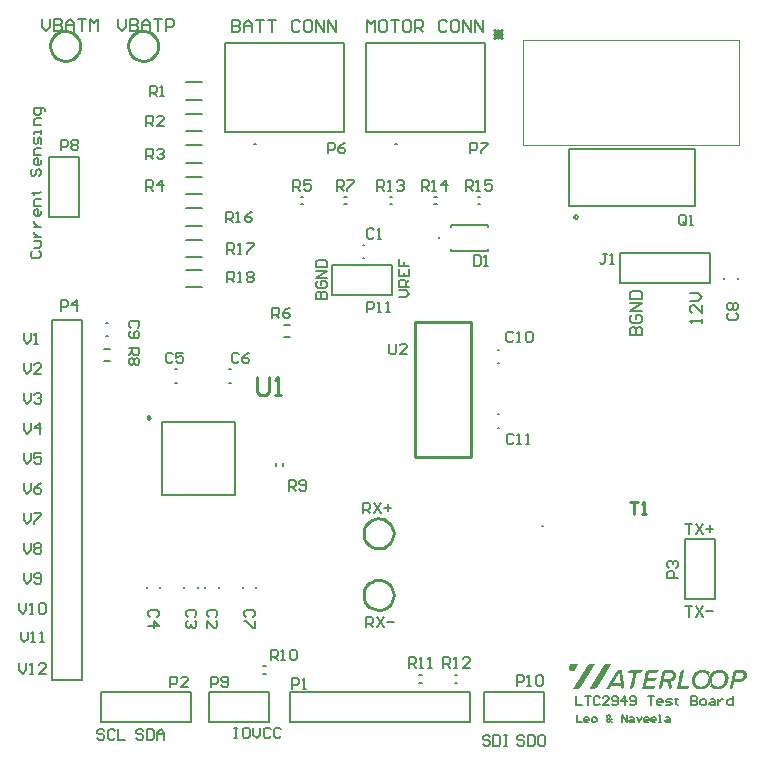
<source format=gto>
G04*
G04 #@! TF.GenerationSoftware,Altium Limited,Altium Designer,21.6.4 (81)*
G04*
G04 Layer_Color=65535*
%FSLAX25Y25*%
%MOIN*%
G70*
G04*
G04 #@! TF.SameCoordinates,FDF78369-4BF3-4085-89EE-F1590D183F6A*
G04*
G04*
G04 #@! TF.FilePolarity,Positive*
G04*
G01*
G75*
%ADD10C,0.00600*%
%ADD11C,0.01000*%
%ADD12C,0.00984*%
%ADD13C,0.01000*%
%ADD14C,0.00787*%
%ADD15C,0.00394*%
%ADD16C,0.00500*%
%ADD17C,0.00800*%
%ADD18C,0.00700*%
G36*
X427292Y267535D02*
X427451D01*
Y267456D01*
Y267377D01*
X427372D01*
Y267297D01*
Y267218D01*
Y267139D01*
X427292D01*
Y267059D01*
Y266980D01*
X427213D01*
Y266901D01*
Y266821D01*
Y266742D01*
X427134D01*
Y266663D01*
Y266583D01*
X427054D01*
Y266504D01*
Y266425D01*
X426975D01*
Y266346D01*
Y266266D01*
Y266187D01*
X426896D01*
Y266108D01*
Y266028D01*
X426816D01*
Y265949D01*
X426737D01*
Y265869D01*
Y265790D01*
X426658D01*
Y265711D01*
Y265632D01*
X426579D01*
Y265552D01*
X426499D01*
Y265473D01*
X426420D01*
Y265394D01*
X426340D01*
Y265314D01*
X426261D01*
Y265235D01*
X426023D01*
Y265156D01*
X425230D01*
Y265235D01*
X425071D01*
Y265314D01*
X424913D01*
Y265394D01*
X424833D01*
Y265473D01*
X424754D01*
Y265552D01*
X424675D01*
Y265632D01*
X424595D01*
Y265711D01*
Y265790D01*
X424516D01*
Y265869D01*
Y265949D01*
Y266028D01*
X424437D01*
Y266108D01*
Y266187D01*
Y266266D01*
Y266346D01*
Y266425D01*
Y266504D01*
Y266583D01*
X424516D01*
Y266663D01*
Y266742D01*
Y266821D01*
X424595D01*
Y266901D01*
Y266980D01*
X424675D01*
Y267059D01*
Y267139D01*
X424754D01*
Y267218D01*
X424833D01*
Y267297D01*
X424992D01*
Y267377D01*
X425071D01*
Y267456D01*
X425389D01*
Y267535D01*
X426103D01*
Y267615D01*
X427292D01*
Y267535D01*
D02*
G37*
G36*
X475359Y265473D02*
X475676D01*
Y265394D01*
X475914D01*
Y265314D01*
X476073D01*
Y265235D01*
X476232D01*
Y265156D01*
X476390D01*
Y265076D01*
X476470D01*
Y264997D01*
X476628D01*
Y264918D01*
X476708D01*
Y264838D01*
X476787D01*
Y264759D01*
X476866D01*
Y264680D01*
X476946D01*
Y264600D01*
X477025D01*
Y264521D01*
X477104D01*
Y264442D01*
X477184D01*
Y264363D01*
Y264283D01*
X477263D01*
Y264204D01*
Y264124D01*
X477342D01*
Y264045D01*
Y263966D01*
X477422D01*
Y263887D01*
Y263807D01*
X477501D01*
Y263728D01*
Y263649D01*
Y263569D01*
X477580D01*
Y263490D01*
Y263411D01*
Y263331D01*
Y263252D01*
Y263173D01*
Y263093D01*
X477660D01*
Y263014D01*
Y262935D01*
Y262856D01*
Y262776D01*
Y262697D01*
Y262617D01*
Y262538D01*
Y262459D01*
Y262380D01*
X477580D01*
Y262300D01*
Y262221D01*
Y262142D01*
Y262062D01*
Y261983D01*
Y261904D01*
X477501D01*
Y261824D01*
Y261745D01*
Y261666D01*
Y261586D01*
X477422D01*
Y261507D01*
Y261428D01*
Y261348D01*
X477342D01*
Y261269D01*
Y261190D01*
X477263D01*
Y261110D01*
Y261031D01*
Y260952D01*
X477184D01*
Y260873D01*
X477104D01*
Y260793D01*
Y260714D01*
X477025D01*
Y260634D01*
Y260555D01*
X476946D01*
Y260476D01*
X476866D01*
Y260397D01*
X476787D01*
Y260317D01*
Y260238D01*
X476708D01*
Y260159D01*
X476628D01*
Y260079D01*
X476549D01*
Y260000D01*
X476470D01*
Y259921D01*
X476390D01*
Y259841D01*
X476311D01*
Y259762D01*
X476152D01*
Y259683D01*
X476073D01*
Y259603D01*
X475914D01*
Y259524D01*
X475835D01*
Y259445D01*
X475676D01*
Y259366D01*
X475518D01*
Y259286D01*
X475280D01*
Y259207D01*
X475042D01*
Y259127D01*
X474725D01*
Y259048D01*
X473297D01*
Y259127D01*
X472900D01*
Y259207D01*
X472742D01*
Y259286D01*
X472504D01*
Y259366D01*
X472345D01*
Y259445D01*
X472266D01*
Y259524D01*
X472107D01*
Y259603D01*
X472028D01*
Y259683D01*
X471869D01*
Y259762D01*
X471790D01*
Y259841D01*
X471711D01*
Y259921D01*
X471631D01*
Y260000D01*
Y260079D01*
Y260159D01*
X471711D01*
Y260238D01*
Y260317D01*
X471790D01*
Y260397D01*
Y260476D01*
Y260555D01*
X471869D01*
Y260634D01*
Y260714D01*
Y260793D01*
Y260873D01*
X471948D01*
Y260952D01*
Y261031D01*
Y261110D01*
Y261190D01*
Y261269D01*
X471790D01*
Y261190D01*
X471711D01*
Y261110D01*
Y261031D01*
X471631D01*
Y260952D01*
Y260873D01*
X471552D01*
Y260793D01*
Y260714D01*
X471473D01*
Y260634D01*
X471393D01*
Y260555D01*
Y260476D01*
X471314D01*
Y260397D01*
X471235D01*
Y260317D01*
X471155D01*
Y260238D01*
Y260159D01*
X471076D01*
Y260079D01*
X470997D01*
Y260000D01*
X470917D01*
Y259921D01*
X470838D01*
Y259841D01*
X470680D01*
Y259762D01*
X470600D01*
Y259683D01*
X470521D01*
Y259603D01*
X470362D01*
Y259524D01*
X470203D01*
Y259445D01*
X470124D01*
Y259366D01*
X469966D01*
Y259286D01*
X469728D01*
Y259207D01*
X469490D01*
Y259127D01*
X469172D01*
Y259048D01*
X467665D01*
Y259127D01*
X467348D01*
Y259207D01*
X467190D01*
Y259286D01*
X466952D01*
Y259366D01*
X466793D01*
Y259445D01*
X466634D01*
Y259524D01*
X466555D01*
Y259603D01*
X466396D01*
Y259683D01*
X466317D01*
Y259762D01*
X466238D01*
Y259841D01*
X466158D01*
Y259921D01*
X466079D01*
Y260000D01*
X466000D01*
Y260079D01*
X465920D01*
Y260159D01*
Y260238D01*
X465841D01*
Y260317D01*
Y260397D01*
X465762D01*
Y260476D01*
Y260555D01*
X465682D01*
Y260634D01*
Y260714D01*
X465603D01*
Y260793D01*
Y260873D01*
X465524D01*
Y260952D01*
Y261031D01*
Y261110D01*
Y261190D01*
X465445D01*
Y261269D01*
Y261348D01*
Y261428D01*
Y261507D01*
Y261586D01*
Y261666D01*
Y261745D01*
Y261824D01*
Y261904D01*
Y261983D01*
Y262062D01*
Y262142D01*
Y262221D01*
Y262300D01*
Y262380D01*
Y262459D01*
Y262538D01*
X465524D01*
Y262617D01*
Y262697D01*
Y262776D01*
Y262856D01*
X465603D01*
Y262935D01*
Y263014D01*
Y263093D01*
X465682D01*
Y263173D01*
Y263252D01*
Y263331D01*
X465762D01*
Y263411D01*
Y263490D01*
X465841D01*
Y263569D01*
Y263649D01*
X465920D01*
Y263728D01*
Y263807D01*
X466000D01*
Y263887D01*
Y263966D01*
X466079D01*
Y264045D01*
X466158D01*
Y264124D01*
Y264204D01*
X466238D01*
Y264283D01*
X466317D01*
Y264363D01*
X466396D01*
Y264442D01*
X466476D01*
Y264521D01*
X466555D01*
Y264600D01*
X466634D01*
Y264680D01*
X466714D01*
Y264759D01*
X466793D01*
Y264838D01*
X466872D01*
Y264918D01*
X467031D01*
Y264997D01*
X467110D01*
Y265076D01*
X467269D01*
Y265156D01*
X467427D01*
Y265235D01*
X467586D01*
Y265314D01*
X467824D01*
Y265394D01*
X468062D01*
Y265473D01*
X468379D01*
Y265552D01*
X469648D01*
Y265473D01*
X470045D01*
Y265394D01*
X470283D01*
Y265314D01*
X470521D01*
Y265235D01*
X470680D01*
Y265156D01*
X470838D01*
Y265076D01*
X470917D01*
Y264997D01*
X471076D01*
Y264918D01*
X471155D01*
Y264838D01*
X471235D01*
Y264759D01*
X471314D01*
Y264680D01*
X471393D01*
Y264600D01*
Y264521D01*
Y264442D01*
Y264363D01*
X471314D01*
Y264283D01*
Y264204D01*
X471235D01*
Y264124D01*
Y264045D01*
Y263966D01*
Y263887D01*
X471155D01*
Y263807D01*
Y263728D01*
Y263649D01*
Y263569D01*
Y263490D01*
Y263411D01*
Y263331D01*
X471314D01*
Y263411D01*
Y263490D01*
X471393D01*
Y263569D01*
Y263649D01*
X471473D01*
Y263728D01*
Y263807D01*
X471552D01*
Y263887D01*
Y263966D01*
X471631D01*
Y264045D01*
X471711D01*
Y264124D01*
Y264204D01*
X471790D01*
Y264283D01*
X471869D01*
Y264363D01*
X471948D01*
Y264442D01*
X472028D01*
Y264521D01*
X472107D01*
Y264600D01*
X472187D01*
Y264680D01*
X472266D01*
Y264759D01*
X472345D01*
Y264838D01*
X472425D01*
Y264918D01*
X472583D01*
Y264997D01*
X472662D01*
Y265076D01*
X472821D01*
Y265156D01*
X472980D01*
Y265235D01*
X473138D01*
Y265314D01*
X473376D01*
Y265394D01*
X473614D01*
Y265473D01*
X473932D01*
Y265552D01*
X475359D01*
Y265473D01*
D02*
G37*
G36*
X482419Y265394D02*
X482736D01*
Y265314D01*
X482895D01*
Y265235D01*
X483053D01*
Y265156D01*
X483132D01*
Y265076D01*
X483291D01*
Y264997D01*
X483370D01*
Y264918D01*
X483450D01*
Y264838D01*
X483529D01*
Y264759D01*
Y264680D01*
X483608D01*
Y264600D01*
Y264521D01*
X483688D01*
Y264442D01*
Y264363D01*
X483767D01*
Y264283D01*
Y264204D01*
Y264124D01*
Y264045D01*
Y263966D01*
Y263887D01*
Y263807D01*
Y263728D01*
Y263649D01*
Y263569D01*
Y263490D01*
Y263411D01*
Y263331D01*
Y263252D01*
Y263173D01*
X483688D01*
Y263093D01*
Y263014D01*
Y262935D01*
X483608D01*
Y262856D01*
Y262776D01*
X483529D01*
Y262697D01*
Y262617D01*
X483450D01*
Y262538D01*
Y262459D01*
X483370D01*
Y262380D01*
X483291D01*
Y262300D01*
X483212D01*
Y262221D01*
X483132D01*
Y262142D01*
X483053D01*
Y262062D01*
X482974D01*
Y261983D01*
X482815D01*
Y261904D01*
X482736D01*
Y261824D01*
X482577D01*
Y261745D01*
X482339D01*
Y261666D01*
X482101D01*
Y261586D01*
X481308D01*
Y261507D01*
X479563D01*
Y261428D01*
Y261348D01*
Y261269D01*
Y261190D01*
X479484D01*
Y261110D01*
Y261031D01*
Y260952D01*
Y260873D01*
Y260793D01*
X479404D01*
Y260714D01*
Y260634D01*
Y260555D01*
Y260476D01*
X479325D01*
Y260397D01*
Y260317D01*
Y260238D01*
Y260159D01*
X479246D01*
Y260079D01*
Y260000D01*
Y259921D01*
X479167D01*
Y259841D01*
Y259762D01*
X479087D01*
Y259683D01*
X479008D01*
Y259603D01*
X478929D01*
Y259524D01*
X478849D01*
Y259445D01*
X478770D01*
Y259366D01*
X478691D01*
Y259286D01*
X478532D01*
Y259207D01*
X478294D01*
Y259127D01*
X477977D01*
Y259207D01*
X478056D01*
Y259286D01*
Y259366D01*
Y259445D01*
X478135D01*
Y259524D01*
Y259603D01*
Y259683D01*
Y259762D01*
Y259841D01*
X478215D01*
Y259921D01*
Y260000D01*
Y260079D01*
Y260159D01*
X478294D01*
Y260238D01*
Y260317D01*
Y260397D01*
Y260476D01*
X478373D01*
Y260555D01*
Y260634D01*
Y260714D01*
Y260793D01*
Y260873D01*
X478453D01*
Y260952D01*
Y261031D01*
Y261110D01*
Y261190D01*
X478532D01*
Y261269D01*
Y261348D01*
Y261428D01*
Y261507D01*
Y261586D01*
X478611D01*
Y261666D01*
Y261745D01*
Y261824D01*
Y261904D01*
X478691D01*
Y261983D01*
Y262062D01*
Y262142D01*
Y262221D01*
X478770D01*
Y262300D01*
Y262380D01*
Y262459D01*
Y262538D01*
Y262617D01*
X478849D01*
Y262697D01*
Y262776D01*
Y262856D01*
Y262935D01*
X478929D01*
Y263014D01*
Y263093D01*
Y263173D01*
Y263252D01*
Y263331D01*
X479008D01*
Y263411D01*
Y263490D01*
Y263569D01*
Y263649D01*
X479087D01*
Y263728D01*
Y263807D01*
Y263887D01*
Y263966D01*
X479167D01*
Y264045D01*
Y264124D01*
Y264204D01*
Y264283D01*
Y264363D01*
X479246D01*
Y264442D01*
Y264521D01*
Y264600D01*
Y264680D01*
Y264759D01*
X479325D01*
Y264838D01*
X479404D01*
Y264918D01*
Y264997D01*
X479484D01*
Y265076D01*
X479563D01*
Y265156D01*
X479642D01*
Y265235D01*
X479801D01*
Y265314D01*
X479960D01*
Y265394D01*
X480198D01*
Y265473D01*
X482419D01*
Y265394D01*
D02*
G37*
G36*
X462827D02*
Y265314D01*
Y265235D01*
Y265156D01*
X462748D01*
Y265076D01*
Y264997D01*
Y264918D01*
Y264838D01*
Y264759D01*
X462668D01*
Y264680D01*
Y264600D01*
Y264521D01*
Y264442D01*
Y264363D01*
X462589D01*
Y264283D01*
Y264204D01*
Y264124D01*
Y264045D01*
X462510D01*
Y263966D01*
Y263887D01*
Y263807D01*
Y263728D01*
Y263649D01*
X462430D01*
Y263569D01*
Y263490D01*
Y263411D01*
Y263331D01*
Y263252D01*
X462351D01*
Y263173D01*
Y263093D01*
Y263014D01*
Y262935D01*
X462272D01*
Y262856D01*
Y262776D01*
Y262697D01*
Y262617D01*
Y262538D01*
X462192D01*
Y262459D01*
Y262380D01*
Y262300D01*
Y262221D01*
X462113D01*
Y262142D01*
Y262062D01*
Y261983D01*
Y261904D01*
Y261824D01*
X462034D01*
Y261745D01*
Y261666D01*
Y261586D01*
Y261507D01*
Y261428D01*
X461954D01*
Y261348D01*
Y261269D01*
Y261190D01*
Y261110D01*
X461875D01*
Y261031D01*
Y260952D01*
Y260873D01*
Y260793D01*
Y260714D01*
X461796D01*
Y260634D01*
Y260555D01*
Y260476D01*
Y260397D01*
X461717D01*
Y260317D01*
Y260238D01*
Y260159D01*
Y260079D01*
Y260000D01*
X464413D01*
Y260079D01*
X464493D01*
Y260000D01*
Y259921D01*
X464413D01*
Y259841D01*
Y259762D01*
X464334D01*
Y259683D01*
Y259603D01*
X464255D01*
Y259524D01*
X464175D01*
Y259445D01*
X464096D01*
Y259366D01*
X464017D01*
Y259286D01*
X463858D01*
Y259207D01*
X463620D01*
Y259127D01*
X460447D01*
Y259207D01*
Y259286D01*
Y259366D01*
X460527D01*
Y259445D01*
Y259524D01*
Y259603D01*
Y259683D01*
Y259762D01*
X460606D01*
Y259841D01*
Y259921D01*
Y260000D01*
Y260079D01*
Y260159D01*
X460685D01*
Y260238D01*
Y260317D01*
Y260397D01*
Y260476D01*
X460765D01*
Y260555D01*
Y260634D01*
Y260714D01*
Y260793D01*
Y260873D01*
X460844D01*
Y260952D01*
Y261031D01*
Y261110D01*
Y261190D01*
X460923D01*
Y261269D01*
Y261348D01*
Y261428D01*
Y261507D01*
Y261586D01*
X461003D01*
Y261666D01*
Y261745D01*
Y261824D01*
Y261904D01*
X461082D01*
Y261983D01*
Y262062D01*
Y262142D01*
Y262221D01*
Y262300D01*
X461161D01*
Y262380D01*
Y262459D01*
Y262538D01*
Y262617D01*
X461241D01*
Y262697D01*
Y262776D01*
Y262856D01*
Y262935D01*
X461320D01*
Y263014D01*
Y263093D01*
Y263173D01*
Y263252D01*
Y263331D01*
X461399D01*
Y263411D01*
Y263490D01*
Y263569D01*
Y263649D01*
X461479D01*
Y263728D01*
Y263807D01*
Y263887D01*
Y263966D01*
X461558D01*
Y264045D01*
Y264124D01*
Y264204D01*
Y264283D01*
X461637D01*
Y264363D01*
Y264442D01*
Y264521D01*
Y264600D01*
Y264680D01*
X461717D01*
Y264759D01*
Y264838D01*
Y264918D01*
X461796D01*
Y264997D01*
X461875D01*
Y265076D01*
X461954D01*
Y265156D01*
X462034D01*
Y265235D01*
X462113D01*
Y265314D01*
X462272D01*
Y265394D01*
X462510D01*
Y265473D01*
X462827D01*
Y265394D01*
D02*
G37*
G36*
X458544D02*
X459020D01*
Y265314D01*
X459178D01*
Y265235D01*
X459337D01*
Y265156D01*
X459496D01*
Y265076D01*
X459575D01*
Y264997D01*
X459654D01*
Y264918D01*
X459733D01*
Y264838D01*
X459813D01*
Y264759D01*
X459892D01*
Y264680D01*
X459972D01*
Y264600D01*
Y264521D01*
X460051D01*
Y264442D01*
Y264363D01*
X460130D01*
Y264283D01*
Y264204D01*
Y264124D01*
Y264045D01*
X460210D01*
Y263966D01*
Y263887D01*
Y263807D01*
Y263728D01*
Y263649D01*
Y263569D01*
Y263490D01*
Y263411D01*
X460130D01*
Y263331D01*
Y263252D01*
Y263173D01*
Y263093D01*
X460051D01*
Y263014D01*
Y262935D01*
Y262856D01*
X459972D01*
Y262776D01*
Y262697D01*
X459892D01*
Y262617D01*
Y262538D01*
X459813D01*
Y262459D01*
X459733D01*
Y262380D01*
Y262300D01*
X459654D01*
Y262221D01*
X459575D01*
Y262142D01*
X459496D01*
Y262062D01*
X459337D01*
Y261983D01*
X459258D01*
Y261904D01*
X459099D01*
Y261824D01*
X458940D01*
Y261745D01*
X458782D01*
Y261666D01*
X458464D01*
Y261586D01*
X458306D01*
Y261507D01*
Y261428D01*
Y261348D01*
X458385D01*
Y261269D01*
Y261190D01*
X458464D01*
Y261110D01*
Y261031D01*
Y260952D01*
X458544D01*
Y260873D01*
Y260793D01*
X458623D01*
Y260714D01*
Y260634D01*
Y260555D01*
X458702D01*
Y260476D01*
Y260397D01*
X458782D01*
Y260317D01*
Y260238D01*
Y260159D01*
X458861D01*
Y260079D01*
Y260000D01*
Y259921D01*
Y259841D01*
Y259762D01*
Y259683D01*
X458782D01*
Y259603D01*
Y259524D01*
X458702D01*
Y259445D01*
Y259366D01*
X458623D01*
Y259286D01*
X458464D01*
Y259207D01*
X458306D01*
Y259127D01*
X458068D01*
Y259207D01*
Y259286D01*
X457989D01*
Y259366D01*
Y259445D01*
X457909D01*
Y259524D01*
Y259603D01*
Y259683D01*
X457830D01*
Y259762D01*
Y259841D01*
Y259921D01*
X457751D01*
Y260000D01*
Y260079D01*
X457671D01*
Y260159D01*
Y260238D01*
Y260317D01*
X457592D01*
Y260397D01*
Y260476D01*
Y260555D01*
X457513D01*
Y260634D01*
Y260714D01*
Y260793D01*
X457433D01*
Y260873D01*
Y260952D01*
X457354D01*
Y261031D01*
Y261110D01*
Y261190D01*
X457275D01*
Y261269D01*
Y261348D01*
Y261428D01*
X457195D01*
Y261507D01*
X455926D01*
Y261428D01*
Y261348D01*
Y261269D01*
Y261190D01*
X455847D01*
Y261110D01*
Y261031D01*
Y260952D01*
Y260873D01*
X455768D01*
Y260793D01*
Y260714D01*
Y260634D01*
Y260555D01*
Y260476D01*
X455688D01*
Y260397D01*
Y260317D01*
Y260238D01*
Y260159D01*
Y260079D01*
X455609D01*
Y260000D01*
Y259921D01*
Y259841D01*
Y259762D01*
X455530D01*
Y259683D01*
Y259603D01*
Y259524D01*
X455450D01*
Y259445D01*
X455371D01*
Y259366D01*
X455292D01*
Y259286D01*
X455212D01*
Y259207D01*
X455054D01*
Y259127D01*
X454419D01*
Y259207D01*
Y259286D01*
Y259366D01*
Y259445D01*
X454498D01*
Y259524D01*
Y259603D01*
Y259683D01*
Y259762D01*
X454578D01*
Y259841D01*
Y259921D01*
Y260000D01*
Y260079D01*
Y260159D01*
X454657D01*
Y260238D01*
Y260317D01*
Y260397D01*
Y260476D01*
X454737D01*
Y260555D01*
Y260634D01*
Y260714D01*
Y260793D01*
Y260873D01*
X454816D01*
Y260952D01*
Y261031D01*
Y261110D01*
Y261190D01*
Y261269D01*
X454895D01*
Y261348D01*
Y261428D01*
Y261507D01*
Y261586D01*
X454974D01*
Y261666D01*
Y261745D01*
Y261824D01*
Y261904D01*
Y261983D01*
X455054D01*
Y262062D01*
Y262142D01*
Y262221D01*
Y262300D01*
X455133D01*
Y262380D01*
Y262459D01*
Y262538D01*
Y262617D01*
Y262697D01*
X455212D01*
Y262776D01*
Y262856D01*
Y262935D01*
Y263014D01*
X455292D01*
Y263093D01*
Y263173D01*
Y263252D01*
Y263331D01*
Y263411D01*
X455371D01*
Y263490D01*
Y263569D01*
Y263649D01*
Y263728D01*
X455450D01*
Y263807D01*
Y263887D01*
Y263966D01*
Y264045D01*
X455530D01*
Y264124D01*
Y264204D01*
Y264283D01*
Y264363D01*
Y264442D01*
X455609D01*
Y264521D01*
Y264600D01*
Y264680D01*
Y264759D01*
X455688D01*
Y264838D01*
Y264918D01*
Y264997D01*
X455768D01*
Y265076D01*
Y265156D01*
X455847D01*
Y265235D01*
X455926D01*
Y265314D01*
X456006D01*
Y265394D01*
X456323D01*
Y265473D01*
X458544D01*
Y265394D01*
D02*
G37*
G36*
X454578D02*
X454498D01*
Y265314D01*
Y265235D01*
X454419D01*
Y265156D01*
Y265076D01*
X454340D01*
Y264997D01*
X454261D01*
Y264918D01*
X454181D01*
Y264838D01*
X454102D01*
Y264759D01*
X454023D01*
Y264680D01*
X453864D01*
Y264600D01*
X453309D01*
Y264521D01*
X451088D01*
Y264442D01*
Y264363D01*
X451009D01*
Y264283D01*
Y264204D01*
Y264124D01*
Y264045D01*
Y263966D01*
X450929D01*
Y263887D01*
Y263807D01*
Y263728D01*
Y263649D01*
X450850D01*
Y263569D01*
Y263490D01*
Y263411D01*
Y263331D01*
Y263252D01*
X450771D01*
Y263173D01*
Y263093D01*
Y263014D01*
X450691D01*
Y262935D01*
Y262856D01*
X450850D01*
Y262776D01*
X453864D01*
Y262697D01*
Y262617D01*
X453785D01*
Y262538D01*
Y262459D01*
X453705D01*
Y262380D01*
X453626D01*
Y262300D01*
Y262221D01*
X453547D01*
Y262142D01*
X453388D01*
Y262062D01*
X453309D01*
Y261983D01*
X453071D01*
Y261904D01*
X450612D01*
Y261824D01*
X450453D01*
Y261745D01*
Y261666D01*
Y261586D01*
Y261507D01*
Y261428D01*
X450374D01*
Y261348D01*
Y261269D01*
Y261190D01*
Y261110D01*
X450295D01*
Y261031D01*
Y260952D01*
Y260873D01*
Y260793D01*
X450215D01*
Y260714D01*
Y260634D01*
Y260555D01*
Y260476D01*
Y260397D01*
X450136D01*
Y260317D01*
Y260238D01*
Y260159D01*
Y260079D01*
X450771D01*
Y260000D01*
X453229D01*
Y260079D01*
X453309D01*
Y260000D01*
Y259921D01*
Y259841D01*
X453229D01*
Y259762D01*
Y259683D01*
X453150D01*
Y259603D01*
X453071D01*
Y259524D01*
X452991D01*
Y259445D01*
X452912D01*
Y259366D01*
X452833D01*
Y259286D01*
X452753D01*
Y259207D01*
X452516D01*
Y259127D01*
X448867D01*
Y259207D01*
Y259286D01*
Y259366D01*
X448946D01*
Y259445D01*
Y259524D01*
Y259603D01*
Y259683D01*
Y259762D01*
X449026D01*
Y259841D01*
Y259921D01*
Y260000D01*
Y260079D01*
X449105D01*
Y260159D01*
Y260238D01*
Y260317D01*
Y260397D01*
Y260476D01*
X449184D01*
Y260555D01*
Y260634D01*
Y260714D01*
Y260793D01*
X449263D01*
Y260873D01*
Y260952D01*
Y261031D01*
Y261110D01*
Y261190D01*
X449343D01*
Y261269D01*
Y261348D01*
Y261428D01*
Y261507D01*
Y261586D01*
X449422D01*
Y261666D01*
Y261745D01*
Y261824D01*
Y261904D01*
X449502D01*
Y261983D01*
Y262062D01*
Y262142D01*
Y262221D01*
Y262300D01*
X449581D01*
Y262380D01*
Y262459D01*
Y262538D01*
Y262617D01*
X449660D01*
Y262697D01*
Y262776D01*
Y262856D01*
Y262935D01*
Y263014D01*
X449739D01*
Y263093D01*
Y263173D01*
Y263252D01*
Y263331D01*
Y263411D01*
X449819D01*
Y263490D01*
Y263569D01*
Y263649D01*
Y263728D01*
X449898D01*
Y263807D01*
Y263887D01*
Y263966D01*
Y264045D01*
X449977D01*
Y264124D01*
Y264204D01*
Y264283D01*
Y264363D01*
Y264442D01*
X450057D01*
Y264521D01*
Y264600D01*
Y264680D01*
X450136D01*
Y264759D01*
Y264838D01*
Y264918D01*
X450215D01*
Y264997D01*
X450295D01*
Y265076D01*
X450374D01*
Y265156D01*
X450453D01*
Y265235D01*
X450533D01*
Y265314D01*
X450691D01*
Y265394D01*
X451009D01*
Y265473D01*
X454578D01*
Y265394D01*
D02*
G37*
G36*
X449263D02*
X449184D01*
Y265314D01*
X449105D01*
Y265235D01*
Y265156D01*
X449026D01*
Y265076D01*
Y264997D01*
X448946D01*
Y264918D01*
X448867D01*
Y264838D01*
X448788D01*
Y264759D01*
X448629D01*
Y264680D01*
X448470D01*
Y264600D01*
X448232D01*
Y264521D01*
X447043D01*
Y264442D01*
Y264363D01*
Y264283D01*
Y264204D01*
X446963D01*
Y264124D01*
Y264045D01*
Y263966D01*
Y263887D01*
X446884D01*
Y263807D01*
Y263728D01*
Y263649D01*
Y263569D01*
Y263490D01*
X446805D01*
Y263411D01*
Y263331D01*
Y263252D01*
Y263173D01*
Y263093D01*
X446725D01*
Y263014D01*
Y262935D01*
Y262856D01*
Y262776D01*
X446646D01*
Y262697D01*
Y262617D01*
Y262538D01*
Y262459D01*
Y262380D01*
X446567D01*
Y262300D01*
Y262221D01*
Y262142D01*
Y262062D01*
X446487D01*
Y261983D01*
Y261904D01*
Y261824D01*
Y261745D01*
Y261666D01*
X446408D01*
Y261586D01*
Y261507D01*
Y261428D01*
Y261348D01*
X446329D01*
Y261269D01*
Y261190D01*
Y261110D01*
Y261031D01*
Y260952D01*
X446249D01*
Y260873D01*
Y260793D01*
Y260714D01*
Y260634D01*
X446170D01*
Y260555D01*
Y260476D01*
Y260397D01*
Y260317D01*
X446091D01*
Y260238D01*
Y260159D01*
Y260079D01*
Y260000D01*
X446011D01*
Y259921D01*
Y259841D01*
Y259762D01*
X445932D01*
Y259683D01*
Y259603D01*
X445853D01*
Y259524D01*
X445774D01*
Y259445D01*
X445694D01*
Y259366D01*
X445536D01*
Y259286D01*
X445456D01*
Y259207D01*
X445218D01*
Y259127D01*
X444822D01*
Y259207D01*
Y259286D01*
X444901D01*
Y259366D01*
Y259445D01*
Y259524D01*
Y259603D01*
Y259683D01*
X444980D01*
Y259762D01*
Y259841D01*
Y259921D01*
Y260000D01*
X445060D01*
Y260079D01*
Y260159D01*
Y260238D01*
Y260317D01*
Y260397D01*
X445139D01*
Y260476D01*
Y260555D01*
Y260634D01*
Y260714D01*
X445218D01*
Y260793D01*
Y260873D01*
Y260952D01*
Y261031D01*
Y261110D01*
X445298D01*
Y261190D01*
Y261269D01*
Y261348D01*
Y261428D01*
X445377D01*
Y261507D01*
Y261586D01*
Y261666D01*
Y261745D01*
Y261824D01*
X445456D01*
Y261904D01*
Y261983D01*
Y262062D01*
Y262142D01*
Y262221D01*
X445536D01*
Y262300D01*
Y262380D01*
Y262459D01*
Y262538D01*
X445615D01*
Y262617D01*
Y262697D01*
Y262776D01*
Y262856D01*
Y262935D01*
X445694D01*
Y263014D01*
Y263093D01*
Y263173D01*
Y263252D01*
X445774D01*
Y263331D01*
Y263411D01*
Y263490D01*
Y263569D01*
Y263649D01*
X445853D01*
Y263728D01*
Y263807D01*
Y263887D01*
Y263966D01*
X445932D01*
Y264045D01*
Y264124D01*
Y264204D01*
Y264283D01*
Y264363D01*
X446011D01*
Y264442D01*
Y264521D01*
X444108D01*
Y264600D01*
Y264680D01*
X444187D01*
Y264759D01*
Y264838D01*
X444267D01*
Y264918D01*
Y264997D01*
X444346D01*
Y265076D01*
X444425D01*
Y265156D01*
X444504D01*
Y265235D01*
X444584D01*
Y265314D01*
X444742D01*
Y265394D01*
X445218D01*
Y265473D01*
X449263D01*
Y265394D01*
D02*
G37*
G36*
X442046D02*
Y265314D01*
Y265235D01*
Y265156D01*
X442125D01*
Y265076D01*
Y264997D01*
Y264918D01*
Y264838D01*
Y264759D01*
Y264680D01*
X442204D01*
Y264600D01*
Y264521D01*
Y264442D01*
Y264363D01*
Y264283D01*
X442283D01*
Y264204D01*
Y264124D01*
Y264045D01*
Y263966D01*
Y263887D01*
Y263807D01*
X442363D01*
Y263728D01*
Y263649D01*
Y263569D01*
Y263490D01*
Y263411D01*
Y263331D01*
X442442D01*
Y263252D01*
Y263173D01*
Y263093D01*
Y263014D01*
Y262935D01*
X442521D01*
Y262856D01*
Y262776D01*
Y262697D01*
Y262617D01*
Y262538D01*
Y262459D01*
X442601D01*
Y262380D01*
Y262300D01*
Y262221D01*
Y262142D01*
Y262062D01*
Y261983D01*
X442680D01*
Y261904D01*
Y261824D01*
Y261745D01*
Y261666D01*
Y261586D01*
Y261507D01*
X442759D01*
Y261428D01*
Y261348D01*
Y261269D01*
Y261190D01*
Y261110D01*
Y261031D01*
X442839D01*
Y260952D01*
Y260873D01*
Y260793D01*
Y260714D01*
Y260634D01*
Y260555D01*
X442918D01*
Y260476D01*
Y260397D01*
Y260317D01*
Y260238D01*
Y260159D01*
Y260079D01*
Y260000D01*
Y259921D01*
Y259841D01*
Y259762D01*
Y259683D01*
X442839D01*
Y259603D01*
Y259524D01*
X442759D01*
Y259445D01*
X442680D01*
Y259366D01*
X442601D01*
Y259286D01*
X442521D01*
Y259207D01*
X442283D01*
Y259127D01*
X442046D01*
Y259207D01*
Y259286D01*
Y259366D01*
X441966D01*
Y259445D01*
Y259524D01*
Y259603D01*
Y259683D01*
Y259762D01*
Y259841D01*
X441887D01*
Y259921D01*
Y260000D01*
Y260079D01*
Y260159D01*
Y260238D01*
Y260317D01*
X438714D01*
Y260238D01*
X438635D01*
Y260159D01*
Y260079D01*
X438556D01*
Y260000D01*
Y259921D01*
X438476D01*
Y259841D01*
X438397D01*
Y259762D01*
Y259683D01*
X438318D01*
Y259603D01*
X438238D01*
Y259524D01*
Y259445D01*
X438159D01*
Y259366D01*
X438080D01*
Y259286D01*
X438000D01*
Y259207D01*
X437842D01*
Y259127D01*
X436811D01*
Y259207D01*
X436890D01*
Y259286D01*
X436969D01*
Y259366D01*
Y259445D01*
X437048D01*
Y259524D01*
Y259603D01*
X437128D01*
Y259683D01*
X437207D01*
Y259762D01*
Y259841D01*
X437287D01*
Y259921D01*
X437366D01*
Y260000D01*
Y260079D01*
X437445D01*
Y260159D01*
Y260238D01*
X437524D01*
Y260317D01*
X437604D01*
Y260397D01*
Y260476D01*
X437683D01*
Y260555D01*
Y260634D01*
X437762D01*
Y260714D01*
X437842D01*
Y260793D01*
Y260873D01*
X437921D01*
Y260952D01*
Y261031D01*
X438000D01*
Y261110D01*
X438080D01*
Y261190D01*
Y261269D01*
X438159D01*
Y261348D01*
X438238D01*
Y261428D01*
Y261507D01*
X438318D01*
Y261586D01*
Y261666D01*
X438397D01*
Y261745D01*
X438476D01*
Y261824D01*
Y261904D01*
X438556D01*
Y261983D01*
Y262062D01*
X438635D01*
Y262142D01*
X438714D01*
Y262221D01*
Y262300D01*
X438794D01*
Y262380D01*
X438873D01*
Y262459D01*
Y262538D01*
X438952D01*
Y262617D01*
Y262697D01*
X439032D01*
Y262776D01*
X439111D01*
Y262856D01*
Y262935D01*
X439190D01*
Y263014D01*
Y263093D01*
X439269D01*
Y263173D01*
X439349D01*
Y263252D01*
Y263331D01*
X439428D01*
Y263411D01*
X439507D01*
Y263490D01*
Y263569D01*
X439587D01*
Y263649D01*
Y263728D01*
X439666D01*
Y263807D01*
X439745D01*
Y263887D01*
Y263966D01*
X439825D01*
Y264045D01*
Y264124D01*
X439904D01*
Y264204D01*
X439983D01*
Y264283D01*
Y264363D01*
X440063D01*
Y264442D01*
X440142D01*
Y264521D01*
Y264600D01*
X440221D01*
Y264680D01*
Y264759D01*
X440301D01*
Y264838D01*
X440380D01*
Y264918D01*
Y264997D01*
X440459D01*
Y265076D01*
Y265156D01*
X440539D01*
Y265235D01*
X440697D01*
Y265314D01*
X440776D01*
Y265394D01*
X441014D01*
Y265473D01*
X442046D01*
Y265394D01*
D02*
G37*
G36*
X438635Y267535D02*
Y267456D01*
X438556D01*
Y267377D01*
Y267297D01*
X438476D01*
Y267218D01*
X438397D01*
Y267139D01*
Y267059D01*
X438318D01*
Y266980D01*
Y266901D01*
X438238D01*
Y266821D01*
X438159D01*
Y266742D01*
Y266663D01*
X438080D01*
Y266583D01*
Y266504D01*
X438000D01*
Y266425D01*
X437921D01*
Y266346D01*
Y266266D01*
X437842D01*
Y266187D01*
Y266108D01*
X437762D01*
Y266028D01*
X437683D01*
Y265949D01*
Y265869D01*
X437604D01*
Y265790D01*
X437524D01*
Y265711D01*
Y265632D01*
X437445D01*
Y265552D01*
Y265473D01*
X437366D01*
Y265394D01*
X437287D01*
Y265314D01*
Y265235D01*
X437207D01*
Y265156D01*
Y265076D01*
X437128D01*
Y264997D01*
X437048D01*
Y264918D01*
Y264838D01*
X436969D01*
Y264759D01*
Y264680D01*
X436890D01*
Y264600D01*
X436811D01*
Y264521D01*
Y264442D01*
X436731D01*
Y264363D01*
Y264283D01*
X436652D01*
Y264204D01*
X436573D01*
Y264124D01*
Y264045D01*
X436493D01*
Y263966D01*
X436414D01*
Y263887D01*
Y263807D01*
X436335D01*
Y263728D01*
Y263649D01*
X436255D01*
Y263569D01*
X436176D01*
Y263490D01*
Y263411D01*
X436097D01*
Y263331D01*
Y263252D01*
X436017D01*
Y263173D01*
X435938D01*
Y263093D01*
Y263014D01*
X435859D01*
Y262935D01*
Y262856D01*
X435779D01*
Y262776D01*
X435700D01*
Y262697D01*
Y262617D01*
X435621D01*
Y262538D01*
X435541D01*
Y262459D01*
Y262380D01*
X435462D01*
Y262300D01*
Y262221D01*
X435383D01*
Y262142D01*
X435303D01*
Y262062D01*
Y261983D01*
X435224D01*
Y261904D01*
Y261824D01*
X435145D01*
Y261745D01*
X435066D01*
Y261666D01*
Y261586D01*
X434986D01*
Y261507D01*
Y261428D01*
X434907D01*
Y261348D01*
X434828D01*
Y261269D01*
Y261190D01*
X434748D01*
Y261110D01*
X434669D01*
Y261031D01*
Y260952D01*
X434590D01*
Y260873D01*
Y260793D01*
X434510D01*
Y260714D01*
X434431D01*
Y260634D01*
Y260555D01*
X434352D01*
Y260476D01*
Y260397D01*
X434272D01*
Y260317D01*
X434193D01*
Y260238D01*
Y260159D01*
X434114D01*
Y260079D01*
X434034D01*
Y260000D01*
Y259921D01*
X433955D01*
Y259841D01*
X433876D01*
Y259762D01*
X433797D01*
Y259683D01*
X433717D01*
Y259603D01*
X433638D01*
Y259524D01*
X433559D01*
Y259445D01*
X433400D01*
Y259366D01*
X433241D01*
Y259286D01*
X433083D01*
Y259207D01*
X432765D01*
Y259127D01*
X431338D01*
Y259207D01*
X431417D01*
Y259286D01*
Y259366D01*
X431496D01*
Y259445D01*
Y259524D01*
X431576D01*
Y259603D01*
X431655D01*
Y259683D01*
Y259762D01*
X431734D01*
Y259841D01*
X431813D01*
Y259921D01*
Y260000D01*
X431893D01*
Y260079D01*
Y260159D01*
X431972D01*
Y260238D01*
X432052D01*
Y260317D01*
Y260397D01*
X432131D01*
Y260476D01*
Y260555D01*
X432210D01*
Y260634D01*
X432289D01*
Y260714D01*
Y260793D01*
X432369D01*
Y260873D01*
Y260952D01*
X432448D01*
Y261031D01*
X432527D01*
Y261110D01*
Y261190D01*
X432607D01*
Y261269D01*
Y261348D01*
X432686D01*
Y261428D01*
X432765D01*
Y261507D01*
Y261586D01*
X432845D01*
Y261666D01*
X432924D01*
Y261745D01*
Y261824D01*
X433003D01*
Y261904D01*
Y261983D01*
X433083D01*
Y262062D01*
X433162D01*
Y262142D01*
Y262221D01*
X433241D01*
Y262300D01*
Y262380D01*
X433321D01*
Y262459D01*
X433400D01*
Y262538D01*
Y262617D01*
X433479D01*
Y262697D01*
Y262776D01*
X433559D01*
Y262856D01*
X433638D01*
Y262935D01*
Y263014D01*
X433717D01*
Y263093D01*
Y263173D01*
X433797D01*
Y263252D01*
X433876D01*
Y263331D01*
Y263411D01*
X433955D01*
Y263490D01*
X434034D01*
Y263569D01*
Y263649D01*
X434114D01*
Y263728D01*
Y263807D01*
X434193D01*
Y263887D01*
X434272D01*
Y263966D01*
Y264045D01*
X434352D01*
Y264124D01*
X434431D01*
Y264204D01*
Y264283D01*
X434510D01*
Y264363D01*
Y264442D01*
X434590D01*
Y264521D01*
X434669D01*
Y264600D01*
Y264680D01*
X434748D01*
Y264759D01*
Y264838D01*
X434828D01*
Y264918D01*
X434907D01*
Y264997D01*
Y265076D01*
X434986D01*
Y265156D01*
X435066D01*
Y265235D01*
Y265314D01*
X435145D01*
Y265394D01*
Y265473D01*
X435224D01*
Y265552D01*
X435303D01*
Y265632D01*
Y265711D01*
X435383D01*
Y265790D01*
X435462D01*
Y265869D01*
Y265949D01*
X435541D01*
Y266028D01*
Y266108D01*
X435621D01*
Y266187D01*
X435700D01*
Y266266D01*
Y266346D01*
X435779D01*
Y266425D01*
X435859D01*
Y266504D01*
Y266583D01*
X435938D01*
Y266663D01*
Y266742D01*
X436017D01*
Y266821D01*
X436097D01*
Y266901D01*
Y266980D01*
X436176D01*
Y267059D01*
X436255D01*
Y267139D01*
X436414D01*
Y267218D01*
X436493D01*
Y267297D01*
X436652D01*
Y267377D01*
X436811D01*
Y267456D01*
X436969D01*
Y267535D01*
X437287D01*
Y267615D01*
X438635D01*
Y267535D01*
D02*
G37*
G36*
X433162D02*
Y267456D01*
X433083D01*
Y267377D01*
Y267297D01*
X433003D01*
Y267218D01*
X432924D01*
Y267139D01*
Y267059D01*
X432845D01*
Y266980D01*
Y266901D01*
X432765D01*
Y266821D01*
X432686D01*
Y266742D01*
Y266663D01*
X432607D01*
Y266583D01*
Y266504D01*
X432527D01*
Y266425D01*
X432448D01*
Y266346D01*
Y266266D01*
X432369D01*
Y266187D01*
X432289D01*
Y266108D01*
Y266028D01*
X432210D01*
Y265949D01*
Y265869D01*
X432131D01*
Y265790D01*
X432052D01*
Y265711D01*
Y265632D01*
X431972D01*
Y265552D01*
Y265473D01*
X431893D01*
Y265394D01*
X431813D01*
Y265314D01*
Y265235D01*
X431734D01*
Y265156D01*
Y265076D01*
X431655D01*
Y264997D01*
X431576D01*
Y264918D01*
Y264838D01*
X431496D01*
Y264759D01*
Y264680D01*
X431417D01*
Y264600D01*
X431338D01*
Y264521D01*
Y264442D01*
X431258D01*
Y264363D01*
X431179D01*
Y264283D01*
Y264204D01*
X431100D01*
Y264124D01*
Y264045D01*
X431020D01*
Y263966D01*
X430941D01*
Y263887D01*
Y263807D01*
X430862D01*
Y263728D01*
Y263649D01*
X430782D01*
Y263569D01*
X430703D01*
Y263490D01*
Y263411D01*
X430624D01*
Y263331D01*
Y263252D01*
X430544D01*
Y263173D01*
X430465D01*
Y263093D01*
Y263014D01*
X430386D01*
Y262935D01*
X430306D01*
Y262856D01*
Y262776D01*
X430227D01*
Y262697D01*
Y262617D01*
X430148D01*
Y262538D01*
X430068D01*
Y262459D01*
Y262380D01*
X429989D01*
Y262300D01*
Y262221D01*
X429910D01*
Y262142D01*
X429831D01*
Y262062D01*
Y261983D01*
X429751D01*
Y261904D01*
Y261824D01*
X429672D01*
Y261745D01*
X429593D01*
Y261666D01*
Y261586D01*
X429513D01*
Y261507D01*
X429434D01*
Y261428D01*
Y261348D01*
X429355D01*
Y261269D01*
Y261190D01*
X429275D01*
Y261110D01*
X429196D01*
Y261031D01*
Y260952D01*
X429117D01*
Y260873D01*
Y260793D01*
X429037D01*
Y260714D01*
X428958D01*
Y260634D01*
Y260555D01*
X428879D01*
Y260476D01*
X428799D01*
Y260397D01*
Y260317D01*
X428720D01*
Y260238D01*
Y260159D01*
X428641D01*
Y260079D01*
X428561D01*
Y260000D01*
Y259921D01*
X428482D01*
Y259841D01*
X428403D01*
Y259762D01*
X428324D01*
Y259683D01*
X428244D01*
Y259603D01*
X428165D01*
Y259524D01*
X428086D01*
Y259445D01*
X427927D01*
Y259366D01*
X427768D01*
Y259286D01*
X427610D01*
Y259207D01*
X427292D01*
Y259127D01*
X425865D01*
Y259207D01*
X425944D01*
Y259286D01*
Y259366D01*
X426023D01*
Y259445D01*
X426103D01*
Y259524D01*
Y259603D01*
X426182D01*
Y259683D01*
Y259762D01*
X426261D01*
Y259841D01*
X426340D01*
Y259921D01*
Y260000D01*
X426420D01*
Y260079D01*
Y260159D01*
X426499D01*
Y260238D01*
X426579D01*
Y260317D01*
Y260397D01*
X426658D01*
Y260476D01*
Y260555D01*
X426737D01*
Y260634D01*
X426816D01*
Y260714D01*
Y260793D01*
X426896D01*
Y260873D01*
X426975D01*
Y260952D01*
Y261031D01*
X427054D01*
Y261110D01*
Y261190D01*
X427134D01*
Y261269D01*
X427213D01*
Y261348D01*
Y261428D01*
X427292D01*
Y261507D01*
Y261586D01*
X427372D01*
Y261666D01*
X427451D01*
Y261745D01*
Y261824D01*
X427530D01*
Y261904D01*
Y261983D01*
X427610D01*
Y262062D01*
X427689D01*
Y262142D01*
Y262221D01*
X427768D01*
Y262300D01*
X427848D01*
Y262380D01*
Y262459D01*
X427927D01*
Y262538D01*
Y262617D01*
X428006D01*
Y262697D01*
X428086D01*
Y262776D01*
Y262856D01*
X428165D01*
Y262935D01*
Y263014D01*
X428244D01*
Y263093D01*
X428324D01*
Y263173D01*
Y263252D01*
X428403D01*
Y263331D01*
Y263411D01*
X428482D01*
Y263490D01*
X428561D01*
Y263569D01*
Y263649D01*
X428641D01*
Y263728D01*
X428720D01*
Y263807D01*
Y263887D01*
X428799D01*
Y263966D01*
Y264045D01*
X428879D01*
Y264124D01*
X428958D01*
Y264204D01*
Y264283D01*
X429037D01*
Y264363D01*
Y264442D01*
X429117D01*
Y264521D01*
X429196D01*
Y264600D01*
Y264680D01*
X429275D01*
Y264759D01*
Y264838D01*
X429355D01*
Y264918D01*
X429434D01*
Y264997D01*
Y265076D01*
X429513D01*
Y265156D01*
X429593D01*
Y265235D01*
Y265314D01*
X429672D01*
Y265394D01*
Y265473D01*
X429751D01*
Y265552D01*
X429831D01*
Y265632D01*
Y265711D01*
X429910D01*
Y265790D01*
Y265869D01*
X429989D01*
Y265949D01*
X430068D01*
Y266028D01*
Y266108D01*
X430148D01*
Y266187D01*
Y266266D01*
X430227D01*
Y266346D01*
X430306D01*
Y266425D01*
Y266504D01*
X430386D01*
Y266583D01*
Y266663D01*
X430465D01*
Y266742D01*
X430544D01*
Y266821D01*
X430624D01*
Y266901D01*
Y266980D01*
X430703D01*
Y267059D01*
X430862D01*
Y267139D01*
X430941D01*
Y267218D01*
X431020D01*
Y267297D01*
X431179D01*
Y267377D01*
X431338D01*
Y267456D01*
X431496D01*
Y267535D01*
X431813D01*
Y267615D01*
X433162D01*
Y267535D01*
D02*
G37*
%LPC*%
G36*
X474645Y264680D02*
X474407D01*
Y264600D01*
X473932D01*
Y264521D01*
X473694D01*
Y264442D01*
X473535D01*
Y264363D01*
X473376D01*
Y264283D01*
X473297D01*
Y264204D01*
X473138D01*
Y264124D01*
X473059D01*
Y264045D01*
X472980D01*
Y263966D01*
X472900D01*
Y263887D01*
X472821D01*
Y263807D01*
X472742D01*
Y263728D01*
X472662D01*
Y263649D01*
X472583D01*
Y263569D01*
Y263490D01*
X472504D01*
Y263411D01*
X472425D01*
Y263331D01*
Y263252D01*
X472345D01*
Y263173D01*
Y263093D01*
X472266D01*
Y263014D01*
Y262935D01*
Y262856D01*
X472187D01*
Y262776D01*
Y262697D01*
Y262617D01*
Y262538D01*
X472107D01*
Y262459D01*
Y262380D01*
Y262300D01*
Y262221D01*
Y262142D01*
Y262062D01*
Y261983D01*
Y261904D01*
Y261824D01*
Y261745D01*
Y261666D01*
Y261586D01*
Y261507D01*
Y261428D01*
Y261348D01*
X472187D01*
Y261269D01*
Y261190D01*
Y261110D01*
X472266D01*
Y261031D01*
Y260952D01*
Y260873D01*
X472345D01*
Y260793D01*
X472425D01*
Y260714D01*
Y260634D01*
X472504D01*
Y260555D01*
X472583D01*
Y260476D01*
X472662D01*
Y260397D01*
X472742D01*
Y260317D01*
X472900D01*
Y260238D01*
X472980D01*
Y260159D01*
X473138D01*
Y260079D01*
X473376D01*
Y260000D01*
X473773D01*
Y259921D01*
X474328D01*
Y260000D01*
X474725D01*
Y260079D01*
X474883D01*
Y260159D01*
X475121D01*
Y260238D01*
X475201D01*
Y260317D01*
X475359D01*
Y260397D01*
X475439D01*
Y260476D01*
X475597D01*
Y260555D01*
X475676D01*
Y260634D01*
X475756D01*
Y260714D01*
X475835D01*
Y260793D01*
X475914D01*
Y260873D01*
Y260952D01*
X475994D01*
Y261031D01*
X476073D01*
Y261110D01*
X476152D01*
Y261190D01*
Y261269D01*
X476232D01*
Y261348D01*
Y261428D01*
X476311D01*
Y261507D01*
Y261586D01*
Y261666D01*
X476390D01*
Y261745D01*
Y261824D01*
Y261904D01*
X476470D01*
Y261983D01*
Y262062D01*
Y262142D01*
Y262221D01*
Y262300D01*
X476549D01*
Y262380D01*
Y262459D01*
Y262538D01*
Y262617D01*
Y262697D01*
Y262776D01*
Y262856D01*
Y262935D01*
Y263014D01*
X476470D01*
Y263093D01*
Y263173D01*
Y263252D01*
Y263331D01*
Y263411D01*
X476390D01*
Y263490D01*
Y263569D01*
X476311D01*
Y263649D01*
Y263728D01*
X476232D01*
Y263807D01*
Y263887D01*
X476152D01*
Y263966D01*
X476073D01*
Y264045D01*
X475994D01*
Y264124D01*
X475914D01*
Y264204D01*
X475835D01*
Y264283D01*
X475676D01*
Y264363D01*
X475597D01*
Y264442D01*
X475439D01*
Y264521D01*
X475201D01*
Y264600D01*
X474645D01*
Y264680D01*
D02*
G37*
G36*
X469093D02*
X468855D01*
Y264600D01*
X468379D01*
Y264521D01*
X468141D01*
Y264442D01*
X467983D01*
Y264363D01*
X467824D01*
Y264283D01*
X467745D01*
Y264204D01*
X467586D01*
Y264124D01*
X467507D01*
Y264045D01*
X467427D01*
Y263966D01*
X467348D01*
Y263887D01*
X467269D01*
Y263807D01*
X467190D01*
Y263728D01*
X467110D01*
Y263649D01*
X467031D01*
Y263569D01*
Y263490D01*
X466952D01*
Y263411D01*
X466872D01*
Y263331D01*
Y263252D01*
X466793D01*
Y263173D01*
Y263093D01*
X466714D01*
Y263014D01*
Y262935D01*
Y262856D01*
X466634D01*
Y262776D01*
Y262697D01*
Y262617D01*
Y262538D01*
X466555D01*
Y262459D01*
Y262380D01*
Y262300D01*
Y262221D01*
Y262142D01*
Y262062D01*
Y261983D01*
Y261904D01*
Y261824D01*
Y261745D01*
Y261666D01*
Y261586D01*
Y261507D01*
Y261428D01*
Y261348D01*
Y261269D01*
X466634D01*
Y261190D01*
Y261110D01*
X466714D01*
Y261031D01*
Y260952D01*
X466793D01*
Y260873D01*
Y260793D01*
X466872D01*
Y260714D01*
X466952D01*
Y260634D01*
Y260555D01*
X467031D01*
Y260476D01*
X467110D01*
Y260397D01*
X467190D01*
Y260317D01*
X467348D01*
Y260238D01*
X467427D01*
Y260159D01*
X467586D01*
Y260079D01*
X467824D01*
Y260000D01*
X468141D01*
Y259921D01*
X468855D01*
Y260000D01*
X469172D01*
Y260079D01*
X469410D01*
Y260159D01*
X469569D01*
Y260238D01*
X469728D01*
Y260317D01*
X469807D01*
Y260397D01*
X469966D01*
Y260476D01*
X470045D01*
Y260555D01*
X470124D01*
Y260634D01*
X470203D01*
Y260714D01*
X470283D01*
Y260793D01*
X470362D01*
Y260873D01*
Y260952D01*
X470441D01*
Y261031D01*
X470521D01*
Y261110D01*
Y261190D01*
X470600D01*
Y261269D01*
X470680D01*
Y261348D01*
Y261428D01*
X470759D01*
Y261507D01*
Y261586D01*
Y261666D01*
X470838D01*
Y261745D01*
Y261824D01*
Y261904D01*
X470917D01*
Y261983D01*
Y262062D01*
Y262142D01*
Y262221D01*
Y262300D01*
Y262380D01*
X470997D01*
Y262459D01*
Y262538D01*
Y262617D01*
Y262697D01*
Y262776D01*
Y262856D01*
Y262935D01*
Y263014D01*
X470917D01*
Y263093D01*
Y263173D01*
Y263252D01*
Y263331D01*
Y263411D01*
X470838D01*
Y263490D01*
Y263569D01*
X470759D01*
Y263649D01*
Y263728D01*
X470680D01*
Y263807D01*
X470600D01*
Y263887D01*
Y263966D01*
X470521D01*
Y264045D01*
X470441D01*
Y264124D01*
X470362D01*
Y264204D01*
X470283D01*
Y264283D01*
X470124D01*
Y264363D01*
X470045D01*
Y264442D01*
X469886D01*
Y264521D01*
X469648D01*
Y264600D01*
X469093D01*
Y264680D01*
D02*
G37*
G36*
X482101Y264521D02*
X480198D01*
Y264442D01*
Y264363D01*
Y264283D01*
Y264204D01*
Y264124D01*
X480118D01*
Y264045D01*
Y263966D01*
Y263887D01*
Y263807D01*
X480039D01*
Y263728D01*
Y263649D01*
Y263569D01*
Y263490D01*
Y263411D01*
X479960D01*
Y263331D01*
Y263252D01*
Y263173D01*
Y263093D01*
Y263014D01*
X479880D01*
Y262935D01*
Y262856D01*
Y262776D01*
Y262697D01*
X479801D01*
Y262617D01*
Y262538D01*
Y262459D01*
X481784D01*
Y262538D01*
X482022D01*
Y262617D01*
X482181D01*
Y262697D01*
X482260D01*
Y262776D01*
X482339D01*
Y262856D01*
X482419D01*
Y262935D01*
X482498D01*
Y263014D01*
X482577D01*
Y263093D01*
Y263173D01*
X482656D01*
Y263252D01*
Y263331D01*
Y263411D01*
Y263490D01*
X482736D01*
Y263569D01*
Y263649D01*
Y263728D01*
Y263807D01*
Y263887D01*
X482656D01*
Y263966D01*
Y264045D01*
X482577D01*
Y264124D01*
Y264204D01*
X482498D01*
Y264283D01*
X482419D01*
Y264363D01*
X482260D01*
Y264442D01*
X482101D01*
Y264521D01*
D02*
G37*
G36*
X458464D02*
X456640D01*
Y264442D01*
Y264363D01*
X456561D01*
Y264283D01*
Y264204D01*
Y264124D01*
Y264045D01*
X456482D01*
Y263966D01*
Y263887D01*
Y263807D01*
Y263728D01*
Y263649D01*
X456402D01*
Y263569D01*
Y263490D01*
Y263411D01*
Y263331D01*
X456323D01*
Y263252D01*
Y263173D01*
Y263093D01*
Y263014D01*
Y262935D01*
X456244D01*
Y262856D01*
Y262776D01*
Y262697D01*
Y262617D01*
X456164D01*
Y262538D01*
Y262459D01*
X458147D01*
Y262538D01*
X458385D01*
Y262617D01*
X458544D01*
Y262697D01*
X458702D01*
Y262776D01*
X458782D01*
Y262856D01*
X458861D01*
Y262935D01*
Y263014D01*
X458940D01*
Y263093D01*
Y263173D01*
X459020D01*
Y263252D01*
Y263331D01*
X459099D01*
Y263411D01*
Y263490D01*
Y263569D01*
Y263649D01*
Y263728D01*
Y263807D01*
Y263887D01*
X459020D01*
Y263966D01*
Y264045D01*
X458940D01*
Y264124D01*
Y264204D01*
X458861D01*
Y264283D01*
X458782D01*
Y264363D01*
X458623D01*
Y264442D01*
X458464D01*
Y264521D01*
D02*
G37*
G36*
X452991Y262062D02*
X452833D01*
Y261983D01*
X452991D01*
Y262062D01*
D02*
G37*
G36*
X441252Y264442D02*
X441094D01*
Y264363D01*
Y264283D01*
X441014D01*
Y264204D01*
Y264124D01*
X440935D01*
Y264045D01*
X440856D01*
Y263966D01*
Y263887D01*
X440776D01*
Y263807D01*
Y263728D01*
X440697D01*
Y263649D01*
X440618D01*
Y263569D01*
Y263490D01*
X440539D01*
Y263411D01*
Y263331D01*
X440459D01*
Y263252D01*
X440380D01*
Y263173D01*
Y263093D01*
X440301D01*
Y263014D01*
Y262935D01*
X440221D01*
Y262856D01*
X440142D01*
Y262776D01*
Y262697D01*
X440063D01*
Y262617D01*
Y262538D01*
X439983D01*
Y262459D01*
X439904D01*
Y262380D01*
Y262300D01*
X439825D01*
Y262221D01*
Y262142D01*
X439745D01*
Y262062D01*
X439666D01*
Y261983D01*
Y261904D01*
X439587D01*
Y261824D01*
Y261745D01*
X439507D01*
Y261666D01*
Y261586D01*
X439428D01*
Y261507D01*
X439349D01*
Y261428D01*
X439269D01*
Y261348D01*
Y261269D01*
X441728D01*
Y261348D01*
Y261428D01*
Y261507D01*
Y261586D01*
Y261666D01*
X441649D01*
Y261745D01*
Y261824D01*
Y261904D01*
Y261983D01*
Y262062D01*
Y262142D01*
X441570D01*
Y262221D01*
Y262300D01*
Y262380D01*
Y262459D01*
Y262538D01*
Y262617D01*
X441490D01*
Y262697D01*
Y262776D01*
Y262856D01*
Y262935D01*
Y263014D01*
Y263093D01*
Y263173D01*
X441411D01*
Y263252D01*
Y263331D01*
Y263411D01*
Y263490D01*
Y263569D01*
Y263649D01*
X441332D01*
Y263728D01*
Y263807D01*
Y263887D01*
Y263966D01*
Y264045D01*
Y264124D01*
X441252D01*
Y264204D01*
Y264283D01*
Y264363D01*
Y264442D01*
D02*
G37*
%LPD*%
D10*
X427584Y416500D02*
X427031Y417261D01*
X426136Y416970D01*
Y416030D01*
X427031Y415739D01*
X427584Y416500D01*
X424500Y420150D02*
X466500D01*
Y439250D01*
X424500D02*
X466500D01*
X424500Y420150D02*
Y439250D01*
X397657Y413025D02*
Y413715D01*
X385257Y405215D02*
X397657D01*
Y405905D01*
X385257Y413715D02*
X397657D01*
X385257Y413025D02*
Y413715D01*
Y405215D02*
Y405905D01*
D11*
X261500Y473500D02*
X261398Y474507D01*
X261095Y475472D01*
X260604Y476356D01*
X259945Y477124D01*
X259145Y477743D01*
X258237Y478189D01*
X257257Y478442D01*
X256247Y478494D01*
X255247Y478340D01*
X254298Y477989D01*
X253439Y477454D01*
X252706Y476757D01*
X252128Y475926D01*
X251729Y474997D01*
X251526Y474006D01*
Y472994D01*
X251729Y472003D01*
X252128Y471073D01*
X252706Y470243D01*
X253439Y469546D01*
X254298Y469011D01*
X255247Y468660D01*
X256247Y468506D01*
X257257Y468558D01*
X258237Y468811D01*
X259145Y469257D01*
X259945Y469876D01*
X260604Y470644D01*
X261095Y471528D01*
X261398Y472494D01*
X261500Y473500D01*
X287500D02*
X287398Y474507D01*
X287095Y475472D01*
X286604Y476356D01*
X285945Y477124D01*
X285145Y477743D01*
X284237Y478189D01*
X283257Y478442D01*
X282247Y478494D01*
X281247Y478340D01*
X280298Y477989D01*
X279439Y477454D01*
X278706Y476757D01*
X278128Y475926D01*
X277729Y474997D01*
X277526Y474006D01*
Y472994D01*
X277729Y472003D01*
X278128Y471073D01*
X278706Y470243D01*
X279439Y469546D01*
X280298Y469011D01*
X281247Y468660D01*
X282247Y468506D01*
X283257Y468558D01*
X284237Y468811D01*
X285145Y469257D01*
X285945Y469876D01*
X286604Y470644D01*
X287095Y471528D01*
X287398Y472494D01*
X287500Y473500D01*
X366000Y311000D02*
X365898Y312006D01*
X365595Y312972D01*
X365104Y313856D01*
X364445Y314624D01*
X363645Y315243D01*
X362737Y315689D01*
X361757Y315942D01*
X360747Y315994D01*
X359747Y315840D01*
X358798Y315489D01*
X357940Y314954D01*
X357206Y314257D01*
X356628Y313426D01*
X356229Y312497D01*
X356026Y311506D01*
Y310494D01*
X356229Y309503D01*
X356628Y308574D01*
X357206Y307743D01*
X357940Y307046D01*
X358798Y306511D01*
X359747Y306160D01*
X360747Y306006D01*
X361757Y306058D01*
X362737Y306311D01*
X363645Y306757D01*
X364445Y307376D01*
X365104Y308144D01*
X365595Y309028D01*
X365898Y309994D01*
X366000Y311000D01*
Y290500D02*
X365898Y291507D01*
X365595Y292472D01*
X365104Y293356D01*
X364445Y294124D01*
X363645Y294743D01*
X362737Y295189D01*
X361757Y295442D01*
X360747Y295494D01*
X359747Y295340D01*
X358798Y294989D01*
X357940Y294454D01*
X357206Y293757D01*
X356628Y292927D01*
X356229Y291997D01*
X356026Y291006D01*
Y289994D01*
X356229Y289003D01*
X356628Y288073D01*
X357206Y287243D01*
X357940Y286546D01*
X358798Y286011D01*
X359747Y285660D01*
X360747Y285506D01*
X361757Y285558D01*
X362737Y285811D01*
X363645Y286257D01*
X364445Y286876D01*
X365104Y287644D01*
X365595Y288528D01*
X365898Y289493D01*
X366000Y290500D01*
X373248Y336559D02*
Y381441D01*
X391752Y336559D02*
Y381441D01*
X373248Y336559D02*
X391752D01*
X373248Y381441D02*
X391752D01*
X399400Y478732D02*
X402066Y476066D01*
X399400D02*
X402066Y478732D01*
X399400Y477399D02*
X402066D01*
X400733Y476066D02*
Y478732D01*
X444834Y321499D02*
X447500D01*
X446167D01*
Y317501D01*
X448833D02*
X450166D01*
X449499D01*
Y321499D01*
X448833Y320833D01*
X320501Y362999D02*
Y358001D01*
X321501Y357001D01*
X323500D01*
X324500Y358001D01*
Y362999D01*
X326499Y357001D02*
X328499D01*
X327499D01*
Y362999D01*
X326499Y361999D01*
D12*
X284957Y349583D02*
X284219Y350009D01*
Y349156D01*
X284957Y349583D01*
D13*
X381264Y409579D02*
D03*
D14*
X367209Y440784D02*
X366421D01*
X367209D01*
X320209D02*
X319421D01*
X320209D01*
X296744Y393146D02*
X302256D01*
X296744Y398854D02*
X302256D01*
X296744Y408854D02*
X302256D01*
X296744Y403146D02*
X302256D01*
X296744Y413646D02*
X302256D01*
X296744Y419354D02*
X302256D01*
X326720Y333606D02*
Y334394D01*
X329279Y333606D02*
Y334394D01*
X394106Y423279D02*
X394894D01*
X394106Y420720D02*
X394894D01*
X379606Y423279D02*
X380394D01*
X379606Y420720D02*
X380394D01*
X364858Y423279D02*
X365646D01*
X364858Y420720D02*
X365646D01*
X335106Y423279D02*
X335894D01*
X335106Y420720D02*
X335894D01*
X251000Y416500D02*
Y436500D01*
Y416500D02*
X261000D01*
Y436500D01*
X251000D02*
X261000D01*
X415587Y313476D02*
X415784D01*
X304500Y258000D02*
X324500D01*
X304500Y248000D02*
Y258000D01*
Y248000D02*
X324500D01*
Y258000D01*
X288795Y323795D02*
X313205D01*
X288795Y348205D02*
X313205D01*
Y323795D02*
Y348205D01*
X288795Y323795D02*
Y348205D01*
X331500Y248000D02*
X391500D01*
X331500Y258000D02*
X391500D01*
X331500Y248000D02*
Y258000D01*
X391500Y248000D02*
Y258000D01*
X386358Y261221D02*
X387146D01*
X386358Y263779D02*
X387146D01*
X349606Y420720D02*
X350394D01*
X349606Y423279D02*
X350394D01*
X296744Y429854D02*
X302256D01*
X296744Y424146D02*
X302256D01*
X296744Y434646D02*
X302256D01*
X296744Y440354D02*
X302256D01*
X296744Y450854D02*
X302256D01*
X296744Y445146D02*
X302256D01*
X296744Y455646D02*
X302256D01*
X296744Y461354D02*
X302256D01*
X329516Y376433D02*
X331484D01*
X329516Y380567D02*
X331484D01*
X269516Y368433D02*
X271484D01*
X269516Y372567D02*
X271484D01*
X374606Y263779D02*
X375394D01*
X374606Y261221D02*
X375394D01*
X322606Y264220D02*
X323394D01*
X322606Y266779D02*
X323394D01*
X471500Y394500D02*
Y404500D01*
X441500Y394500D02*
X471500D01*
X441500D02*
Y404500D01*
X471500D01*
X400803Y350764D02*
X401197D01*
X400803Y346236D02*
X401197D01*
X400803Y367736D02*
X401197D01*
X400803Y372264D02*
X401197D01*
X480764Y395803D02*
Y396197D01*
X476236Y395803D02*
Y396197D01*
X296236Y292803D02*
Y293197D01*
X300764Y292803D02*
Y293197D01*
X303236Y292803D02*
Y293197D01*
X307764Y292803D02*
Y293197D01*
X355803Y402736D02*
X356197D01*
X355803Y407264D02*
X356197D01*
X315736Y292803D02*
Y293197D01*
X320264Y292803D02*
Y293197D01*
X283736Y292803D02*
Y293197D01*
X288264Y292803D02*
Y293197D01*
X311303Y361236D02*
X311697D01*
X311303Y365764D02*
X311697D01*
X293303Y361236D02*
X293697D01*
X293303Y365764D02*
X293697D01*
X270303Y376736D02*
X270697D01*
X270303Y381264D02*
X270697D01*
X252000Y262000D02*
X262000D01*
X252000D02*
Y382000D01*
X262000D01*
Y374500D02*
Y382000D01*
Y262000D02*
Y374500D01*
X345500Y390500D02*
X365500D01*
Y400500D01*
X345500D02*
X365500D01*
X345500Y390500D02*
Y400500D01*
X463000Y309000D02*
X473000D01*
Y289000D02*
Y309000D01*
X463000Y289000D02*
X473000D01*
X463000D02*
Y309000D01*
X298500Y248000D02*
Y258000D01*
X268500Y248000D02*
X298500D01*
X268500D02*
Y258000D01*
X298500D01*
X396000Y248000D02*
Y258000D01*
X416000D01*
Y248000D02*
Y258000D01*
X396000Y248000D02*
X416000D01*
D15*
X409244Y475622D02*
X481291D01*
Y440583D02*
Y475622D01*
X409244Y440583D02*
X481291D01*
X409244D02*
Y475622D01*
D16*
X356972Y444721D02*
Y474642D01*
X396342Y444721D02*
Y474642D01*
X356972D02*
X396342D01*
X356972Y444721D02*
X396342D01*
X309972D02*
X349342D01*
X309972Y474642D02*
X349342D01*
Y444721D02*
Y474642D01*
X309972Y444721D02*
Y474642D01*
X427000Y250499D02*
Y248000D01*
X428666D01*
X430749D02*
X429916D01*
X429499Y248416D01*
Y249250D01*
X429916Y249666D01*
X430749D01*
X431165Y249250D01*
Y248833D01*
X429499D01*
X432415Y248000D02*
X433248D01*
X433665Y248416D01*
Y249250D01*
X433248Y249666D01*
X432415D01*
X431998Y249250D01*
Y248416D01*
X432415Y248000D01*
X438663D02*
X438246Y248416D01*
X437830Y248000D01*
X437413D01*
X436997Y248416D01*
Y248833D01*
X437413Y249250D01*
X436997Y249666D01*
Y250083D01*
X437413Y250499D01*
X437830D01*
X438246Y250083D01*
Y249666D01*
X437830Y249250D01*
X438246Y248833D01*
Y248416D01*
X438663Y249250D02*
X438246Y248833D01*
X437413Y249250D02*
X437830D01*
X441995Y248000D02*
Y250499D01*
X443661Y248000D01*
Y250499D01*
X444911Y249666D02*
X445744D01*
X446161Y249250D01*
Y248000D01*
X444911D01*
X444494Y248416D01*
X444911Y248833D01*
X446161D01*
X446993Y249666D02*
X447827Y248000D01*
X448660Y249666D01*
X450742Y248000D02*
X449909D01*
X449493Y248416D01*
Y249250D01*
X449909Y249666D01*
X450742D01*
X451159Y249250D01*
Y248833D01*
X449493D01*
X453241Y248000D02*
X452408D01*
X451992Y248416D01*
Y249250D01*
X452408Y249666D01*
X453241D01*
X453658Y249250D01*
Y248833D01*
X451992D01*
X454491Y248000D02*
X455324D01*
X454908D01*
Y250499D01*
X454491D01*
X456990Y249666D02*
X457823D01*
X458240Y249250D01*
Y248000D01*
X456990D01*
X456574Y248416D01*
X456990Y248833D01*
X458240D01*
D17*
X284667Y456751D02*
Y460249D01*
X286417D01*
X287000Y459666D01*
Y458500D01*
X286417Y457917D01*
X284667D01*
X285834D02*
X287000Y456751D01*
X288166D02*
X289333D01*
X288749D01*
Y460249D01*
X288166Y459666D01*
X405959Y377666D02*
X405376Y378249D01*
X404210D01*
X403626Y377666D01*
Y375334D01*
X404210Y374751D01*
X405376D01*
X405959Y375334D01*
X407125Y374751D02*
X408292D01*
X407708D01*
Y378249D01*
X407125Y377666D01*
X410041D02*
X410624Y378249D01*
X411790D01*
X412374Y377666D01*
Y375334D01*
X411790Y374751D01*
X410624D01*
X410041Y375334D01*
Y377666D01*
X269633Y245216D02*
X269049Y245799D01*
X267883D01*
X267300Y245216D01*
Y244633D01*
X267883Y244049D01*
X269049D01*
X269633Y243466D01*
Y242883D01*
X269049Y242300D01*
X267883D01*
X267300Y242883D01*
X273131Y245216D02*
X272548Y245799D01*
X271382D01*
X270799Y245216D01*
Y242883D01*
X271382Y242300D01*
X272548D01*
X273131Y242883D01*
X274298Y245799D02*
Y242300D01*
X276630D01*
X282633Y245216D02*
X282049Y245799D01*
X280883D01*
X280300Y245216D01*
Y244633D01*
X280883Y244049D01*
X282049D01*
X282633Y243466D01*
Y242883D01*
X282049Y242300D01*
X280883D01*
X280300Y242883D01*
X283799Y245799D02*
Y242300D01*
X285548D01*
X286131Y242883D01*
Y245216D01*
X285548Y245799D01*
X283799D01*
X287298Y242300D02*
Y244633D01*
X288464Y245799D01*
X289630Y244633D01*
Y242300D01*
Y244049D01*
X287298D01*
X312800Y246299D02*
X313966D01*
X313383D01*
Y242800D01*
X312800D01*
X313966D01*
X317465Y246299D02*
X316299D01*
X315716Y245716D01*
Y243383D01*
X316299Y242800D01*
X317465D01*
X318048Y243383D01*
Y245716D01*
X317465Y246299D01*
X319215D02*
Y243966D01*
X320381Y242800D01*
X321547Y243966D01*
Y246299D01*
X325046Y245716D02*
X324463Y246299D01*
X323297D01*
X322713Y245716D01*
Y243383D01*
X323297Y242800D01*
X324463D01*
X325046Y243383D01*
X328545Y245716D02*
X327962Y246299D01*
X326796D01*
X326212Y245716D01*
Y243383D01*
X326796Y242800D01*
X327962D01*
X328545Y243383D01*
X398133Y243216D02*
X397549Y243799D01*
X396383D01*
X395800Y243216D01*
Y242633D01*
X396383Y242049D01*
X397549D01*
X398133Y241466D01*
Y240883D01*
X397549Y240300D01*
X396383D01*
X395800Y240883D01*
X399299Y243799D02*
Y240300D01*
X401048D01*
X401631Y240883D01*
Y243216D01*
X401048Y243799D01*
X399299D01*
X402798D02*
X403964D01*
X403381D01*
Y240300D01*
X402798D01*
X403964D01*
X409633Y243216D02*
X409049Y243799D01*
X407883D01*
X407300Y243216D01*
Y242633D01*
X407883Y242049D01*
X409049D01*
X409633Y241466D01*
Y240883D01*
X409049Y240300D01*
X407883D01*
X407300Y240883D01*
X410799Y243799D02*
Y240300D01*
X412548D01*
X413132Y240883D01*
Y243216D01*
X412548Y243799D01*
X410799D01*
X416047D02*
X414881D01*
X414298Y243216D01*
Y240883D01*
X414881Y240300D01*
X416047D01*
X416630Y240883D01*
Y243216D01*
X416047Y243799D01*
X357300Y478300D02*
Y482299D01*
X358633Y480966D01*
X359966Y482299D01*
Y478300D01*
X363298Y482299D02*
X361965D01*
X361299Y481632D01*
Y478966D01*
X361965Y478300D01*
X363298D01*
X363965Y478966D01*
Y481632D01*
X363298Y482299D01*
X365297D02*
X367963D01*
X366630D01*
Y478300D01*
X371295Y482299D02*
X369963D01*
X369296Y481632D01*
Y478966D01*
X369963Y478300D01*
X371295D01*
X371962Y478966D01*
Y481632D01*
X371295Y482299D01*
X373295Y478300D02*
Y482299D01*
X375294D01*
X375961Y481632D01*
Y480299D01*
X375294Y479633D01*
X373295D01*
X374628D02*
X375961Y478300D01*
X383958Y481632D02*
X383292Y482299D01*
X381959D01*
X381292Y481632D01*
Y478966D01*
X381959Y478300D01*
X383292D01*
X383958Y478966D01*
X387290Y482299D02*
X385957D01*
X385291Y481632D01*
Y478966D01*
X385957Y478300D01*
X387290D01*
X387957Y478966D01*
Y481632D01*
X387290Y482299D01*
X389290Y478300D02*
Y482299D01*
X391955Y478300D01*
Y482299D01*
X393288Y478300D02*
Y482299D01*
X395954Y478300D01*
Y482299D01*
X312300D02*
Y478300D01*
X314299D01*
X314966Y478966D01*
Y479633D01*
X314299Y480299D01*
X312300D01*
X314299D01*
X314966Y480966D01*
Y481632D01*
X314299Y482299D01*
X312300D01*
X316299Y478300D02*
Y480966D01*
X317632Y482299D01*
X318965Y480966D01*
Y478300D01*
Y480299D01*
X316299D01*
X320297Y482299D02*
X322963D01*
X321630D01*
Y478300D01*
X324296Y482299D02*
X326962D01*
X325629D01*
Y478300D01*
X334959Y481632D02*
X334293Y482299D01*
X332960D01*
X332294Y481632D01*
Y478966D01*
X332960Y478300D01*
X334293D01*
X334959Y478966D01*
X338292Y482299D02*
X336959D01*
X336292Y481632D01*
Y478966D01*
X336959Y478300D01*
X338292D01*
X338958Y478966D01*
Y481632D01*
X338292Y482299D01*
X340291Y478300D02*
Y482299D01*
X342957Y478300D01*
Y482299D01*
X344290Y478300D02*
Y482299D01*
X346955Y478300D01*
Y482299D01*
X463300Y286799D02*
X465633D01*
X464466D01*
Y283300D01*
X466799Y286799D02*
X469132Y283300D01*
Y286799D02*
X466799Y283300D01*
X470298Y285049D02*
X472630D01*
X463300Y314299D02*
X465633D01*
X464466D01*
Y310800D01*
X466799Y314299D02*
X469132Y310800D01*
Y314299D02*
X466799Y310800D01*
X470298Y312549D02*
X472630D01*
X471464Y313716D02*
Y311383D01*
X340201Y389300D02*
X343700D01*
Y391049D01*
X343117Y391633D01*
X342534D01*
X341951Y391049D01*
Y389300D01*
Y391049D01*
X341367Y391633D01*
X340784D01*
X340201Y391049D01*
Y389300D01*
X340784Y395131D02*
X340201Y394548D01*
Y393382D01*
X340784Y392799D01*
X343117D01*
X343700Y393382D01*
Y394548D01*
X343117Y395131D01*
X341951D01*
Y393965D01*
X343700Y396298D02*
X340201D01*
X343700Y398630D01*
X340201D01*
Y399797D02*
X343700D01*
Y401546D01*
X343117Y402129D01*
X340784D01*
X340201Y401546D01*
Y399797D01*
X367701Y389800D02*
X370034D01*
X371200Y390966D01*
X370034Y392133D01*
X367701D01*
X371200Y393299D02*
X367701D01*
Y395048D01*
X368284Y395631D01*
X369451D01*
X370034Y395048D01*
Y393299D01*
Y394465D02*
X371200Y395631D01*
X367701Y399130D02*
Y396798D01*
X371200D01*
Y399130D01*
X369451Y396798D02*
Y397964D01*
X367701Y402629D02*
Y400297D01*
X369451D01*
Y401463D01*
Y400297D01*
X371200D01*
X444701Y377300D02*
X448700D01*
Y379299D01*
X448034Y379966D01*
X447367D01*
X446701Y379299D01*
Y377300D01*
Y379299D01*
X446034Y379966D01*
X445368D01*
X444701Y379299D01*
Y377300D01*
X445368Y383964D02*
X444701Y383298D01*
Y381965D01*
X445368Y381299D01*
X448034D01*
X448700Y381965D01*
Y383298D01*
X448034Y383964D01*
X446701D01*
Y382632D01*
X448700Y385297D02*
X444701D01*
X448700Y387963D01*
X444701D01*
Y389296D02*
X448700D01*
Y391296D01*
X448034Y391962D01*
X445368D01*
X444701Y391296D01*
Y389296D01*
X468700Y381300D02*
Y382633D01*
Y381966D01*
X464701D01*
X465368Y381300D01*
X468700Y387298D02*
Y384632D01*
X466034Y387298D01*
X465368D01*
X464701Y386632D01*
Y385299D01*
X465368Y384632D01*
X464701Y388631D02*
X467367D01*
X468700Y389964D01*
X467367Y391297D01*
X464701D01*
X241300Y267799D02*
Y265466D01*
X242466Y264300D01*
X243633Y265466D01*
Y267799D01*
X244799Y264300D02*
X245965D01*
X245382D01*
Y267799D01*
X244799Y267216D01*
X250047Y264300D02*
X247715D01*
X250047Y266633D01*
Y267216D01*
X249464Y267799D01*
X248298D01*
X247715Y267216D01*
X241800Y278299D02*
Y275966D01*
X242966Y274800D01*
X244133Y275966D01*
Y278299D01*
X245299Y274800D02*
X246465D01*
X245882D01*
Y278299D01*
X245299Y277716D01*
X248215Y274800D02*
X249381D01*
X248798D01*
Y278299D01*
X248215Y277716D01*
X241300Y287799D02*
Y285466D01*
X242466Y284300D01*
X243633Y285466D01*
Y287799D01*
X244799Y284300D02*
X245965D01*
X245382D01*
Y287799D01*
X244799Y287216D01*
X247715D02*
X248298Y287799D01*
X249464D01*
X250047Y287216D01*
Y284883D01*
X249464Y284300D01*
X248298D01*
X247715Y284883D01*
Y287216D01*
X242800Y297799D02*
Y295466D01*
X243966Y294300D01*
X245133Y295466D01*
Y297799D01*
X246299Y294883D02*
X246882Y294300D01*
X248048D01*
X248631Y294883D01*
Y297216D01*
X248048Y297799D01*
X246882D01*
X246299Y297216D01*
Y296633D01*
X246882Y296049D01*
X248631D01*
X242800Y307799D02*
Y305466D01*
X243966Y304300D01*
X245133Y305466D01*
Y307799D01*
X246299Y307216D02*
X246882Y307799D01*
X248048D01*
X248631Y307216D01*
Y306633D01*
X248048Y306049D01*
X248631Y305466D01*
Y304883D01*
X248048Y304300D01*
X246882D01*
X246299Y304883D01*
Y305466D01*
X246882Y306049D01*
X246299Y306633D01*
Y307216D01*
X246882Y306049D02*
X248048D01*
X242800Y317799D02*
Y315466D01*
X243966Y314300D01*
X245133Y315466D01*
Y317799D01*
X246299D02*
X248631D01*
Y317216D01*
X246299Y314883D01*
Y314300D01*
X242800Y327799D02*
Y325466D01*
X243966Y324300D01*
X245133Y325466D01*
Y327799D01*
X248631D02*
X247465Y327216D01*
X246299Y326049D01*
Y324883D01*
X246882Y324300D01*
X248048D01*
X248631Y324883D01*
Y325466D01*
X248048Y326049D01*
X246299D01*
X242800Y337799D02*
Y335466D01*
X243966Y334300D01*
X245133Y335466D01*
Y337799D01*
X248631D02*
X246299D01*
Y336049D01*
X247465Y336633D01*
X248048D01*
X248631Y336049D01*
Y334883D01*
X248048Y334300D01*
X246882D01*
X246299Y334883D01*
X242800Y347799D02*
Y345466D01*
X243966Y344300D01*
X245133Y345466D01*
Y347799D01*
X248048Y344300D02*
Y347799D01*
X246299Y346049D01*
X248631D01*
X242800Y357799D02*
Y355466D01*
X243966Y354300D01*
X245133Y355466D01*
Y357799D01*
X246299Y357216D02*
X246882Y357799D01*
X248048D01*
X248631Y357216D01*
Y356633D01*
X248048Y356049D01*
X247465D01*
X248048D01*
X248631Y355466D01*
Y354883D01*
X248048Y354300D01*
X246882D01*
X246299Y354883D01*
X242800Y367799D02*
Y365466D01*
X243966Y364300D01*
X245133Y365466D01*
Y367799D01*
X248631Y364300D02*
X246299D01*
X248631Y366633D01*
Y367216D01*
X248048Y367799D01*
X246882D01*
X246299Y367216D01*
X242800Y377799D02*
Y375466D01*
X243966Y374300D01*
X245133Y375466D01*
Y377799D01*
X246299Y374300D02*
X247465D01*
X246882D01*
Y377799D01*
X246299Y377216D01*
X245618Y405133D02*
X245035Y404549D01*
Y403383D01*
X245618Y402800D01*
X247951D01*
X248534Y403383D01*
Y404549D01*
X247951Y405133D01*
X246201Y406299D02*
X247951D01*
X248534Y406882D01*
Y408631D01*
X246201D01*
Y409798D02*
X248534D01*
X247367D01*
X246784Y410381D01*
X246201Y410964D01*
Y411547D01*
Y413297D02*
X248534D01*
X247367D01*
X246784Y413880D01*
X246201Y414463D01*
Y415046D01*
X248534Y418545D02*
Y417379D01*
X247951Y416795D01*
X246784D01*
X246201Y417379D01*
Y418545D01*
X246784Y419128D01*
X247367D01*
Y416795D01*
X248534Y420294D02*
X246201D01*
Y422044D01*
X246784Y422627D01*
X248534D01*
X245618Y424376D02*
X246201D01*
Y423793D01*
Y424960D01*
Y424376D01*
X247951D01*
X248534Y424960D01*
X245618Y432540D02*
X245035Y431957D01*
Y430791D01*
X245618Y430208D01*
X246201D01*
X246784Y430791D01*
Y431957D01*
X247367Y432540D01*
X247951D01*
X248534Y431957D01*
Y430791D01*
X247951Y430208D01*
X248534Y435456D02*
Y434290D01*
X247951Y433707D01*
X246784D01*
X246201Y434290D01*
Y435456D01*
X246784Y436039D01*
X247367D01*
Y433707D01*
X248534Y437206D02*
X246201D01*
Y438955D01*
X246784Y439538D01*
X248534D01*
Y440704D02*
Y442454D01*
X247951Y443037D01*
X247367Y442454D01*
Y441288D01*
X246784Y440704D01*
X246201Y441288D01*
Y443037D01*
X248534Y444203D02*
Y445370D01*
Y444786D01*
X246201D01*
Y444203D01*
X248534Y447119D02*
X246201D01*
Y448868D01*
X246784Y449452D01*
X248534D01*
X249700Y451784D02*
Y452367D01*
X249117Y452950D01*
X246201D01*
Y451201D01*
X246784Y450618D01*
X247951D01*
X248534Y451201D01*
Y452950D01*
X310626Y394751D02*
Y398249D01*
X312376D01*
X312959Y397666D01*
Y396500D01*
X312376Y395917D01*
X310626D01*
X311793D02*
X312959Y394751D01*
X314125D02*
X315292D01*
X314708D01*
Y398249D01*
X314125Y397666D01*
X317041D02*
X317624Y398249D01*
X318790D01*
X319374Y397666D01*
Y397083D01*
X318790Y396500D01*
X319374Y395917D01*
Y395334D01*
X318790Y394751D01*
X317624D01*
X317041Y395334D01*
Y395917D01*
X317624Y396500D01*
X317041Y397083D01*
Y397666D01*
X317624Y396500D02*
X318790D01*
X310626Y404251D02*
Y407749D01*
X312376D01*
X312959Y407166D01*
Y406000D01*
X312376Y405417D01*
X310626D01*
X311793D02*
X312959Y404251D01*
X314125D02*
X315292D01*
X314708D01*
Y407749D01*
X314125Y407166D01*
X317041Y407749D02*
X319374D01*
Y407166D01*
X317041Y404834D01*
Y404251D01*
X310126Y414751D02*
Y418249D01*
X311876D01*
X312459Y417666D01*
Y416500D01*
X311876Y415917D01*
X310126D01*
X311293D02*
X312459Y414751D01*
X313625D02*
X314792D01*
X314208D01*
Y418249D01*
X313625Y417666D01*
X318874Y418249D02*
X317707Y417666D01*
X316541Y416500D01*
Y415334D01*
X317124Y414751D01*
X318290D01*
X318874Y415334D01*
Y415917D01*
X318290Y416500D01*
X316541D01*
X463500Y414334D02*
Y416666D01*
X462917Y417249D01*
X461751D01*
X461167Y416666D01*
Y414334D01*
X461751Y413751D01*
X462917D01*
X462334Y414917D02*
X463500Y413751D01*
X462917D02*
X463500Y414334D01*
X464666Y413751D02*
X465833D01*
X465249D01*
Y417249D01*
X464666Y416666D01*
X331084Y325251D02*
Y328749D01*
X332834D01*
X333417Y328166D01*
Y327000D01*
X332834Y326417D01*
X331084D01*
X332251D02*
X333417Y325251D01*
X334583Y325834D02*
X335166Y325251D01*
X336333D01*
X336916Y325834D01*
Y328166D01*
X336333Y328749D01*
X335166D01*
X334583Y328166D01*
Y327583D01*
X335166Y327000D01*
X336916D01*
X357210Y384751D02*
Y388249D01*
X358959D01*
X359542Y387666D01*
Y386500D01*
X358959Y385917D01*
X357210D01*
X360708Y384751D02*
X361875D01*
X361292D01*
Y388249D01*
X360708Y387666D01*
X363624Y384751D02*
X364790D01*
X364207D01*
Y388249D01*
X363624Y387666D01*
X255084Y385251D02*
Y388749D01*
X256834D01*
X257417Y388166D01*
Y387000D01*
X256834Y386417D01*
X255084D01*
X260333Y385251D02*
Y388749D01*
X258583Y387000D01*
X260916D01*
X390126Y425251D02*
Y428749D01*
X391876D01*
X392459Y428166D01*
Y427000D01*
X391876Y426417D01*
X390126D01*
X391293D02*
X392459Y425251D01*
X393625D02*
X394792D01*
X394208D01*
Y428749D01*
X393625Y428166D01*
X398874Y428749D02*
X396541D01*
Y427000D01*
X397707Y427583D01*
X398290D01*
X398874Y427000D01*
Y425834D01*
X398290Y425251D01*
X397124D01*
X396541Y425834D01*
X375378Y425251D02*
Y428749D01*
X377128D01*
X377711Y428166D01*
Y427000D01*
X377128Y426417D01*
X375378D01*
X376545D02*
X377711Y425251D01*
X378877D02*
X380044D01*
X379460D01*
Y428749D01*
X378877Y428166D01*
X383542Y425251D02*
Y428749D01*
X381793Y427000D01*
X384126D01*
X360630Y425251D02*
Y428749D01*
X362380D01*
X362963Y428166D01*
Y427000D01*
X362380Y426417D01*
X360630D01*
X361797D02*
X362963Y425251D01*
X364129D02*
X365296D01*
X364712D01*
Y428749D01*
X364129Y428166D01*
X367045D02*
X367628Y428749D01*
X368794D01*
X369377Y428166D01*
Y427583D01*
X368794Y427000D01*
X368211D01*
X368794D01*
X369377Y426417D01*
Y425834D01*
X368794Y425251D01*
X367628D01*
X367045Y425834D01*
X332584Y425251D02*
Y428749D01*
X334334D01*
X334917Y428166D01*
Y427000D01*
X334334Y426417D01*
X332584D01*
X333751D02*
X334917Y425251D01*
X338416Y428749D02*
X336083D01*
Y427000D01*
X337249Y427583D01*
X337833D01*
X338416Y427000D01*
Y425834D01*
X337833Y425251D01*
X336666D01*
X336083Y425834D01*
X255084Y438751D02*
Y442249D01*
X256834D01*
X257417Y441666D01*
Y440500D01*
X256834Y439917D01*
X255084D01*
X258583Y441666D02*
X259166Y442249D01*
X260333D01*
X260916Y441666D01*
Y441083D01*
X260333Y440500D01*
X260916Y439917D01*
Y439334D01*
X260333Y438751D01*
X259166D01*
X258583Y439334D01*
Y439917D01*
X259166Y440500D01*
X258583Y441083D01*
Y441666D01*
X259166Y440500D02*
X260333D01*
X344084Y437751D02*
Y441249D01*
X345834D01*
X346417Y440666D01*
Y439500D01*
X345834Y438917D01*
X344084D01*
X349916Y441249D02*
X348749Y440666D01*
X347583Y439500D01*
Y438334D01*
X348166Y437751D01*
X349333D01*
X349916Y438334D01*
Y438917D01*
X349333Y439500D01*
X347583D01*
X305084Y259751D02*
Y263249D01*
X306834D01*
X307417Y262666D01*
Y261500D01*
X306834Y260917D01*
X305084D01*
X308583Y260334D02*
X309166Y259751D01*
X310333D01*
X310916Y260334D01*
Y262666D01*
X310333Y263249D01*
X309166D01*
X308583Y262666D01*
Y262083D01*
X309166Y261500D01*
X310916D01*
X332167Y259251D02*
Y262749D01*
X333917D01*
X334500Y262166D01*
Y261000D01*
X333917Y260417D01*
X332167D01*
X335666Y259251D02*
X336833D01*
X336249D01*
Y262749D01*
X335666Y262166D01*
X382626Y266251D02*
Y269749D01*
X384376D01*
X384959Y269166D01*
Y268000D01*
X384376Y267417D01*
X382626D01*
X383793D02*
X384959Y266251D01*
X386125D02*
X387292D01*
X386708D01*
Y269749D01*
X386125Y269166D01*
X391374Y266251D02*
X389041D01*
X391374Y268583D01*
Y269166D01*
X390790Y269749D01*
X389624D01*
X389041Y269166D01*
X407126Y260251D02*
Y263749D01*
X408876D01*
X409459Y263166D01*
Y262000D01*
X408876Y261417D01*
X407126D01*
X410625Y260251D02*
X411792D01*
X411208D01*
Y263749D01*
X410625Y263166D01*
X413541D02*
X414124Y263749D01*
X415290D01*
X415874Y263166D01*
Y260834D01*
X415290Y260251D01*
X414124D01*
X413541Y260834D01*
Y263166D01*
X355835Y317751D02*
Y321249D01*
X357584D01*
X358167Y320666D01*
Y319500D01*
X357584Y318917D01*
X355835D01*
X357001D02*
X358167Y317751D01*
X359334Y321249D02*
X361666Y317751D01*
Y321249D02*
X359334Y317751D01*
X362833Y319500D02*
X365165D01*
X363999Y320666D02*
Y318334D01*
X356835Y279751D02*
Y283249D01*
X358584D01*
X359167Y282666D01*
Y281500D01*
X358584Y280917D01*
X356835D01*
X358001D02*
X359167Y279751D01*
X360334Y283249D02*
X362666Y279751D01*
Y283249D02*
X360334Y279751D01*
X363833Y281500D02*
X366165D01*
X364554Y374198D02*
X364605Y371283D01*
X365198Y370710D01*
X366364Y370730D01*
X366937Y371324D01*
X366886Y374239D01*
X370446Y370802D02*
X368114Y370761D01*
X370405Y373134D01*
X370395Y373717D01*
X369802Y374290D01*
X368636Y374270D01*
X368063Y373676D01*
X347084Y425251D02*
Y428749D01*
X348834D01*
X349417Y428166D01*
Y427000D01*
X348834Y426417D01*
X347084D01*
X348251D02*
X349417Y425251D01*
X350583Y428749D02*
X352916D01*
Y428166D01*
X350583Y425834D01*
Y425251D01*
X283584D02*
Y428749D01*
X285334D01*
X285917Y428166D01*
Y427000D01*
X285334Y426417D01*
X283584D01*
X284751D02*
X285917Y425251D01*
X288833D02*
Y428749D01*
X287083Y427000D01*
X289416D01*
X283584Y435751D02*
Y439249D01*
X285334D01*
X285917Y438666D01*
Y437500D01*
X285334Y436917D01*
X283584D01*
X284751D02*
X285917Y435751D01*
X287083Y438666D02*
X287666Y439249D01*
X288833D01*
X289416Y438666D01*
Y438083D01*
X288833Y437500D01*
X288249D01*
X288833D01*
X289416Y436917D01*
Y436334D01*
X288833Y435751D01*
X287666D01*
X287083Y436334D01*
X283584Y446751D02*
Y450249D01*
X285334D01*
X285917Y449666D01*
Y448500D01*
X285334Y447917D01*
X283584D01*
X284751D02*
X285917Y446751D01*
X289416D02*
X287083D01*
X289416Y449083D01*
Y449666D01*
X288833Y450249D01*
X287666D01*
X287083Y449666D01*
X325584Y382751D02*
Y386249D01*
X327334D01*
X327917Y385666D01*
Y384500D01*
X327334Y383917D01*
X325584D01*
X326751D02*
X327917Y382751D01*
X331416Y386249D02*
X330249Y385666D01*
X329083Y384500D01*
Y383334D01*
X329666Y382751D01*
X330833D01*
X331416Y383334D01*
Y383917D01*
X330833Y384500D01*
X329083D01*
X277751Y372916D02*
X281249D01*
Y371166D01*
X280666Y370583D01*
X279500D01*
X278917Y371166D01*
Y372916D01*
Y371749D02*
X277751Y370583D01*
X280666Y369417D02*
X281249Y368834D01*
Y367667D01*
X280666Y367084D01*
X280083D01*
X279500Y367667D01*
X278917Y367084D01*
X278334D01*
X277751Y367667D01*
Y368834D01*
X278334Y369417D01*
X278917D01*
X279500Y368834D01*
X280083Y369417D01*
X280666D01*
X279500Y368834D02*
Y367667D01*
X371210Y266251D02*
Y269749D01*
X372959D01*
X373542Y269166D01*
Y268000D01*
X372959Y267417D01*
X371210D01*
X372376D02*
X373542Y266251D01*
X374708D02*
X375875D01*
X375292D01*
Y269749D01*
X374708Y269166D01*
X377624Y266251D02*
X378790D01*
X378207D01*
Y269749D01*
X377624Y269166D01*
X325126Y268751D02*
Y272249D01*
X326876D01*
X327459Y271666D01*
Y270500D01*
X326876Y269917D01*
X325126D01*
X326293D02*
X327459Y268751D01*
X328625D02*
X329792D01*
X329208D01*
Y272249D01*
X328625Y271666D01*
X331541D02*
X332124Y272249D01*
X333290D01*
X333874Y271666D01*
Y269334D01*
X333290Y268751D01*
X332124D01*
X331541Y269334D01*
Y271666D01*
X391584Y437751D02*
Y441249D01*
X393334D01*
X393917Y440666D01*
Y439500D01*
X393334Y438917D01*
X391584D01*
X395083Y441249D02*
X397416D01*
Y440666D01*
X395083Y438334D01*
Y437751D01*
X460749Y296084D02*
X457251D01*
Y297834D01*
X457834Y298417D01*
X459000D01*
X459583Y297834D01*
Y296084D01*
X457834Y299583D02*
X457251Y300166D01*
Y301333D01*
X457834Y301916D01*
X458417D01*
X459000Y301333D01*
Y300749D01*
Y301333D01*
X459583Y301916D01*
X460166D01*
X460749Y301333D01*
Y300166D01*
X460166Y299583D01*
X291584Y259751D02*
Y263249D01*
X293334D01*
X293917Y262666D01*
Y261500D01*
X293334Y260917D01*
X291584D01*
X297416Y259751D02*
X295083D01*
X297416Y262083D01*
Y262666D01*
X296833Y263249D01*
X295666D01*
X295083Y262666D01*
X437000Y404249D02*
X435834D01*
X436417D01*
Y401334D01*
X435834Y400751D01*
X435251D01*
X434667Y401334D01*
X438166Y400751D02*
X439333D01*
X438749D01*
Y404249D01*
X438166Y403666D01*
X392667Y403749D02*
Y400251D01*
X394417D01*
X395000Y400834D01*
Y403166D01*
X394417Y403749D01*
X392667D01*
X396166Y400251D02*
X397333D01*
X396749D01*
Y403749D01*
X396166Y403166D01*
X406042Y343666D02*
X405459Y344249D01*
X404293D01*
X403710Y343666D01*
Y341334D01*
X404293Y340751D01*
X405459D01*
X406042Y341334D01*
X407208Y340751D02*
X408375D01*
X407792D01*
Y344249D01*
X407208Y343666D01*
X410124Y340751D02*
X411290D01*
X410707D01*
Y344249D01*
X410124Y343666D01*
X477834Y384417D02*
X477251Y383834D01*
Y382667D01*
X477834Y382084D01*
X480166D01*
X480749Y382667D01*
Y383834D01*
X480166Y384417D01*
X477834Y385583D02*
X477251Y386166D01*
Y387333D01*
X477834Y387916D01*
X478417D01*
X479000Y387333D01*
X479583Y387916D01*
X480166D01*
X480749Y387333D01*
Y386166D01*
X480166Y385583D01*
X479583D01*
X479000Y386166D01*
X478417Y385583D01*
X477834D01*
X479000Y386166D02*
Y387333D01*
X299666Y283083D02*
X300249Y283666D01*
Y284833D01*
X299666Y285416D01*
X297334D01*
X296751Y284833D01*
Y283666D01*
X297334Y283083D01*
X299666Y281917D02*
X300249Y281334D01*
Y280167D01*
X299666Y279584D01*
X299083D01*
X298500Y280167D01*
Y280751D01*
Y280167D01*
X297917Y279584D01*
X297334D01*
X296751Y280167D01*
Y281334D01*
X297334Y281917D01*
X306666Y283083D02*
X307249Y283666D01*
Y284833D01*
X306666Y285416D01*
X304334D01*
X303751Y284833D01*
Y283666D01*
X304334Y283083D01*
X303751Y279584D02*
Y281917D01*
X306083Y279584D01*
X306666D01*
X307249Y280167D01*
Y281334D01*
X306666Y281917D01*
X359500Y412166D02*
X358917Y412749D01*
X357751D01*
X357167Y412166D01*
Y409834D01*
X357751Y409251D01*
X358917D01*
X359500Y409834D01*
X360666Y409251D02*
X361833D01*
X361249D01*
Y412749D01*
X360666Y412166D01*
X319166Y283083D02*
X319749Y283666D01*
Y284833D01*
X319166Y285416D01*
X316834D01*
X316251Y284833D01*
Y283666D01*
X316834Y283083D01*
X319749Y281917D02*
Y279584D01*
X319166D01*
X316834Y281917D01*
X316251D01*
X287166Y283083D02*
X287749Y283666D01*
Y284833D01*
X287166Y285416D01*
X284834D01*
X284251Y284833D01*
Y283666D01*
X284834Y283083D01*
X284251Y280167D02*
X287749D01*
X286000Y281917D01*
Y279584D01*
X314417Y370666D02*
X313834Y371249D01*
X312667D01*
X312084Y370666D01*
Y368334D01*
X312667Y367751D01*
X313834D01*
X314417Y368334D01*
X317916Y371249D02*
X316749Y370666D01*
X315583Y369500D01*
Y368334D01*
X316166Y367751D01*
X317333D01*
X317916Y368334D01*
Y368917D01*
X317333Y369500D01*
X315583D01*
X292417Y370666D02*
X291834Y371249D01*
X290667D01*
X290084Y370666D01*
Y368334D01*
X290667Y367751D01*
X291834D01*
X292417Y368334D01*
X295916Y371249D02*
X293583D01*
Y369500D01*
X294749Y370083D01*
X295333D01*
X295916Y369500D01*
Y368334D01*
X295333Y367751D01*
X294166D01*
X293583Y368334D01*
X280666Y379583D02*
X281249Y380166D01*
Y381333D01*
X280666Y381916D01*
X278334D01*
X277751Y381333D01*
Y380166D01*
X278334Y379583D01*
Y378417D02*
X277751Y377834D01*
Y376667D01*
X278334Y376084D01*
X280666D01*
X281249Y376667D01*
Y377834D01*
X280666Y378417D01*
X280083D01*
X279500Y377834D01*
Y376084D01*
D18*
X426700Y256699D02*
Y253700D01*
X428699D01*
X429699Y256699D02*
X431698D01*
X430699D01*
Y253700D01*
X434697Y256199D02*
X434198Y256699D01*
X433198D01*
X432698Y256199D01*
Y254200D01*
X433198Y253700D01*
X434198D01*
X434697Y254200D01*
X437696Y253700D02*
X435697D01*
X437696Y255699D01*
Y256199D01*
X437197Y256699D01*
X436197D01*
X435697Y256199D01*
X438696Y254200D02*
X439196Y253700D01*
X440196D01*
X440695Y254200D01*
Y256199D01*
X440196Y256699D01*
X439196D01*
X438696Y256199D01*
Y255699D01*
X439196Y255200D01*
X440695D01*
X443195Y253700D02*
Y256699D01*
X441695Y255200D01*
X443694D01*
X444694Y254200D02*
X445194Y253700D01*
X446194D01*
X446694Y254200D01*
Y256199D01*
X446194Y256699D01*
X445194D01*
X444694Y256199D01*
Y255699D01*
X445194Y255200D01*
X446694D01*
X450692Y256699D02*
X452692D01*
X451692D01*
Y253700D01*
X455191D02*
X454191D01*
X453691Y254200D01*
Y255200D01*
X454191Y255699D01*
X455191D01*
X455691Y255200D01*
Y254700D01*
X453691D01*
X456690Y253700D02*
X458190D01*
X458690Y254200D01*
X458190Y254700D01*
X457190D01*
X456690Y255200D01*
X457190Y255699D01*
X458690D01*
X460189Y256199D02*
Y255699D01*
X459689D01*
X460689D01*
X460189D01*
Y254200D01*
X460689Y253700D01*
X465188Y256699D02*
Y253700D01*
X466687D01*
X467187Y254200D01*
Y254700D01*
X466687Y255200D01*
X465188D01*
X466687D01*
X467187Y255699D01*
Y256199D01*
X466687Y256699D01*
X465188D01*
X468686Y253700D02*
X469686D01*
X470186Y254200D01*
Y255200D01*
X469686Y255699D01*
X468686D01*
X468187Y255200D01*
Y254200D01*
X468686Y253700D01*
X471686Y255699D02*
X472685D01*
X473185Y255200D01*
Y253700D01*
X471686D01*
X471186Y254200D01*
X471686Y254700D01*
X473185D01*
X474185Y255699D02*
Y253700D01*
Y254700D01*
X474684Y255200D01*
X475184Y255699D01*
X475684D01*
X479183Y256699D02*
Y253700D01*
X477683D01*
X477184Y254200D01*
Y255200D01*
X477683Y255699D01*
X479183D01*
X248670Y482499D02*
Y479834D01*
X250003Y478501D01*
X251336Y479834D01*
Y482499D01*
X252668D02*
Y478501D01*
X254668D01*
X255334Y479167D01*
Y479834D01*
X254668Y480500D01*
X252668D01*
X254668D01*
X255334Y481166D01*
Y481833D01*
X254668Y482499D01*
X252668D01*
X256667Y478501D02*
Y481166D01*
X258000Y482499D01*
X259333Y481166D01*
Y478501D01*
Y480500D01*
X256667D01*
X260666Y482499D02*
X263332D01*
X261999D01*
Y478501D01*
X264665D02*
Y482499D01*
X265997Y481166D01*
X267330Y482499D01*
Y478501D01*
X274170Y482499D02*
Y479834D01*
X275503Y478501D01*
X276835Y479834D01*
Y482499D01*
X278168D02*
Y478501D01*
X280168D01*
X280834Y479167D01*
Y479834D01*
X280168Y480500D01*
X278168D01*
X280168D01*
X280834Y481166D01*
Y481833D01*
X280168Y482499D01*
X278168D01*
X282167Y478501D02*
Y481166D01*
X283500Y482499D01*
X284833Y481166D01*
Y478501D01*
Y480500D01*
X282167D01*
X286166Y482499D02*
X288832D01*
X287499D01*
Y478501D01*
X290164D02*
Y482499D01*
X292164D01*
X292830Y481833D01*
Y480500D01*
X292164Y479834D01*
X290164D01*
M02*

</source>
